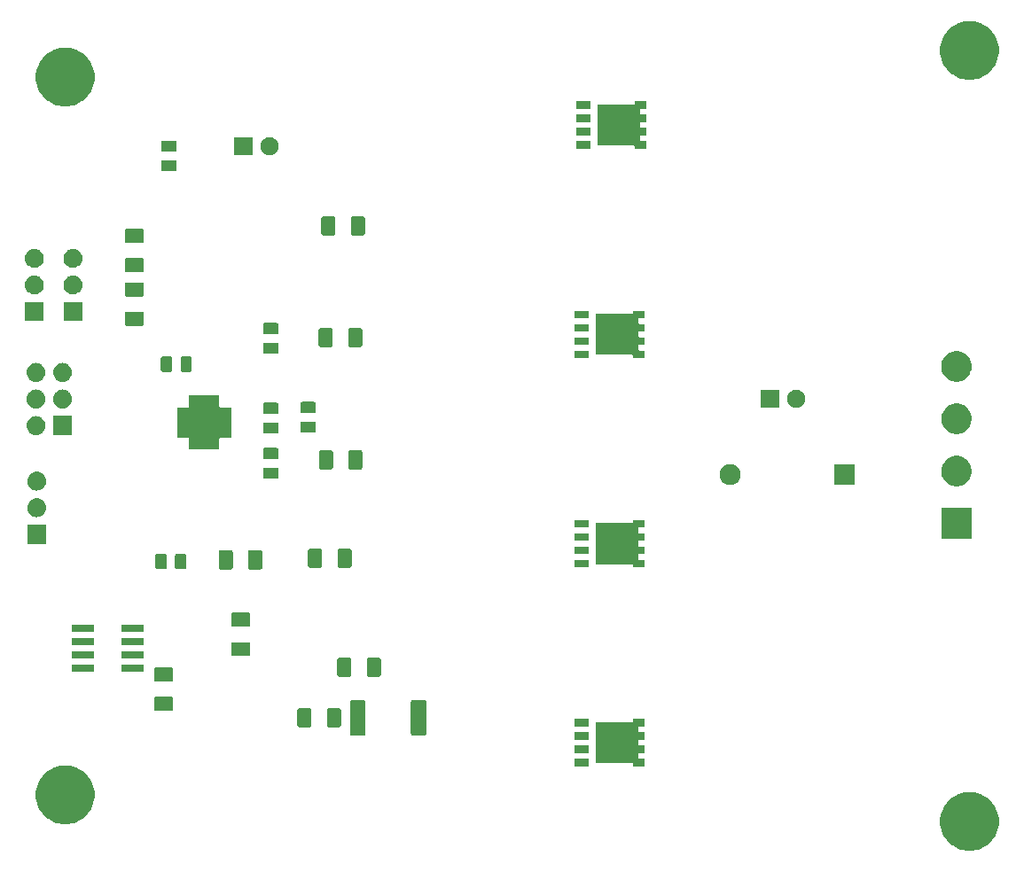
<source format=gbr>
G04 #@! TF.GenerationSoftware,KiCad,Pcbnew,(5.0.1)-4*
G04 #@! TF.CreationDate,2019-02-26T19:28:48-05:00*
G04 #@! TF.ProjectId,Capstone,43617073746F6E652E6B696361645F70,v01*
G04 #@! TF.SameCoordinates,Original*
G04 #@! TF.FileFunction,Soldermask,Top*
G04 #@! TF.FilePolarity,Negative*
%FSLAX46Y46*%
G04 Gerber Fmt 4.6, Leading zero omitted, Abs format (unit mm)*
G04 Created by KiCad (PCBNEW (5.0.1)-4) date 26/02/2019 7:28:48 PM*
%MOMM*%
%LPD*%
G01*
G04 APERTURE LIST*
%ADD10C,0.100000*%
G04 APERTURE END LIST*
D10*
G36*
X203746409Y-126793017D02*
X204016963Y-126846833D01*
X204228092Y-126934285D01*
X204526675Y-127057962D01*
X204526676Y-127057963D01*
X204985406Y-127364476D01*
X205375524Y-127754594D01*
X205605409Y-128098642D01*
X205682038Y-128213325D01*
X205728989Y-128326675D01*
X205893167Y-128723037D01*
X205946983Y-128993591D01*
X206000800Y-129264144D01*
X206000800Y-129815856D01*
X205893167Y-130356962D01*
X205682038Y-130866675D01*
X205682037Y-130866676D01*
X205375524Y-131325406D01*
X204985406Y-131715524D01*
X204641358Y-131945409D01*
X204526675Y-132022038D01*
X204228092Y-132145715D01*
X204016963Y-132233167D01*
X203746409Y-132286983D01*
X203475856Y-132340800D01*
X202924144Y-132340800D01*
X202653591Y-132286983D01*
X202383037Y-132233167D01*
X202171908Y-132145715D01*
X201873325Y-132022038D01*
X201758642Y-131945409D01*
X201414594Y-131715524D01*
X201024476Y-131325406D01*
X200717963Y-130866676D01*
X200717962Y-130866675D01*
X200506833Y-130356962D01*
X200399200Y-129815856D01*
X200399200Y-129264144D01*
X200453017Y-128993591D01*
X200506833Y-128723037D01*
X200671011Y-128326675D01*
X200717962Y-128213325D01*
X200794591Y-128098641D01*
X201024476Y-127754594D01*
X201414594Y-127364476D01*
X201873324Y-127057963D01*
X201873325Y-127057962D01*
X202171908Y-126934285D01*
X202383037Y-126846833D01*
X202653591Y-126793017D01*
X202924144Y-126739200D01*
X203475856Y-126739200D01*
X203746409Y-126793017D01*
X203746409Y-126793017D01*
G37*
G36*
X117386409Y-124253017D02*
X117656963Y-124306833D01*
X117868092Y-124394285D01*
X118166675Y-124517962D01*
X118166676Y-124517963D01*
X118625406Y-124824476D01*
X119015524Y-125214594D01*
X119245409Y-125558641D01*
X119322038Y-125673325D01*
X119445715Y-125971908D01*
X119533167Y-126183037D01*
X119640800Y-126724145D01*
X119640800Y-127275855D01*
X119545574Y-127754591D01*
X119533167Y-127816962D01*
X119322038Y-128326675D01*
X119322037Y-128326676D01*
X119015524Y-128785406D01*
X118625406Y-129175524D01*
X118281359Y-129405409D01*
X118166675Y-129482038D01*
X117868092Y-129605715D01*
X117656963Y-129693167D01*
X117386409Y-129746984D01*
X117115856Y-129800800D01*
X116564144Y-129800800D01*
X116293591Y-129746984D01*
X116023037Y-129693167D01*
X115811908Y-129605715D01*
X115513325Y-129482038D01*
X115398641Y-129405409D01*
X115054594Y-129175524D01*
X114664476Y-128785406D01*
X114357963Y-128326676D01*
X114357962Y-128326675D01*
X114146833Y-127816962D01*
X114134427Y-127754591D01*
X114039200Y-127275855D01*
X114039200Y-126724145D01*
X114146833Y-126183037D01*
X114234285Y-125971908D01*
X114357962Y-125673325D01*
X114434591Y-125558641D01*
X114664476Y-125214594D01*
X115054594Y-124824476D01*
X115513324Y-124517963D01*
X115513325Y-124517962D01*
X115811908Y-124394285D01*
X116023037Y-124306833D01*
X116293591Y-124253017D01*
X116564144Y-124199200D01*
X117115856Y-124199200D01*
X117386409Y-124253017D01*
X117386409Y-124253017D01*
G37*
G36*
X166865800Y-124260800D02*
X165494200Y-124260800D01*
X165494200Y-123549200D01*
X166865800Y-123549200D01*
X166865800Y-124260800D01*
X166865800Y-124260800D01*
G37*
G36*
X172205800Y-120450800D02*
X171670800Y-120450800D01*
X171646414Y-120453202D01*
X171622965Y-120460315D01*
X171601354Y-120471866D01*
X171582412Y-120487412D01*
X171566866Y-120506354D01*
X171555315Y-120527965D01*
X171548202Y-120551414D01*
X171545800Y-120575800D01*
X171545800Y-120884200D01*
X171548202Y-120908586D01*
X171555315Y-120932035D01*
X171566866Y-120953646D01*
X171582412Y-120972588D01*
X171601354Y-120988134D01*
X171622965Y-120999685D01*
X171646414Y-121006798D01*
X171670800Y-121009200D01*
X172205800Y-121009200D01*
X172205800Y-121720800D01*
X171670800Y-121720800D01*
X171646414Y-121723202D01*
X171622965Y-121730315D01*
X171601354Y-121741866D01*
X171582412Y-121757412D01*
X171566866Y-121776354D01*
X171555315Y-121797965D01*
X171548202Y-121821414D01*
X171545800Y-121845800D01*
X171545800Y-122154200D01*
X171548202Y-122178586D01*
X171555315Y-122202035D01*
X171566866Y-122223646D01*
X171582412Y-122242588D01*
X171601354Y-122258134D01*
X171622965Y-122269685D01*
X171646414Y-122276798D01*
X171670800Y-122279200D01*
X172205800Y-122279200D01*
X172205800Y-122990800D01*
X171670800Y-122990800D01*
X171646414Y-122993202D01*
X171622965Y-123000315D01*
X171601354Y-123011866D01*
X171582412Y-123027412D01*
X171566866Y-123046354D01*
X171555315Y-123067965D01*
X171548202Y-123091414D01*
X171545800Y-123115800D01*
X171545800Y-123424200D01*
X171548202Y-123448586D01*
X171555315Y-123472035D01*
X171566866Y-123493646D01*
X171582412Y-123512588D01*
X171601354Y-123528134D01*
X171622965Y-123539685D01*
X171646414Y-123546798D01*
X171670800Y-123549200D01*
X172205800Y-123549200D01*
X172205800Y-124260800D01*
X171084200Y-124260800D01*
X171084200Y-124080800D01*
X171081798Y-124056414D01*
X171074685Y-124032965D01*
X171063134Y-124011354D01*
X171047588Y-123992412D01*
X171028646Y-123976866D01*
X171007035Y-123965315D01*
X170983586Y-123958202D01*
X170959200Y-123955800D01*
X167534200Y-123955800D01*
X167534200Y-120044200D01*
X170959200Y-120044200D01*
X170983586Y-120041798D01*
X171007035Y-120034685D01*
X171028646Y-120023134D01*
X171047588Y-120007588D01*
X171063134Y-119988646D01*
X171074685Y-119967035D01*
X171081798Y-119943586D01*
X171084200Y-119919200D01*
X171084200Y-119739200D01*
X172205800Y-119739200D01*
X172205800Y-120450800D01*
X172205800Y-120450800D01*
G37*
G36*
X166865800Y-122990800D02*
X165494200Y-122990800D01*
X165494200Y-122279200D01*
X166865800Y-122279200D01*
X166865800Y-122990800D01*
X166865800Y-122990800D01*
G37*
G36*
X166865800Y-121720800D02*
X165494200Y-121720800D01*
X165494200Y-121009200D01*
X166865800Y-121009200D01*
X166865800Y-121720800D01*
X166865800Y-121720800D01*
G37*
G36*
X151152659Y-117912446D02*
X151188211Y-117923230D01*
X151220972Y-117940742D01*
X151249690Y-117964310D01*
X151273258Y-117993028D01*
X151290770Y-118025789D01*
X151301554Y-118061341D01*
X151305800Y-118104451D01*
X151305800Y-121163549D01*
X151301554Y-121206659D01*
X151290770Y-121242211D01*
X151273258Y-121274972D01*
X151249690Y-121303690D01*
X151220972Y-121327258D01*
X151188211Y-121344770D01*
X151152659Y-121355554D01*
X151109549Y-121359800D01*
X150050451Y-121359800D01*
X150007341Y-121355554D01*
X149971789Y-121344770D01*
X149939028Y-121327258D01*
X149910310Y-121303690D01*
X149886742Y-121274972D01*
X149869230Y-121242211D01*
X149858446Y-121206659D01*
X149854200Y-121163549D01*
X149854200Y-118104451D01*
X149858446Y-118061341D01*
X149869230Y-118025789D01*
X149886742Y-117993028D01*
X149910310Y-117964310D01*
X149939028Y-117940742D01*
X149971789Y-117923230D01*
X150007341Y-117912446D01*
X150050451Y-117908200D01*
X151109549Y-117908200D01*
X151152659Y-117912446D01*
X151152659Y-117912446D01*
G37*
G36*
X145352659Y-117912446D02*
X145388211Y-117923230D01*
X145420972Y-117940742D01*
X145449690Y-117964310D01*
X145473258Y-117993028D01*
X145490770Y-118025789D01*
X145501554Y-118061341D01*
X145505800Y-118104451D01*
X145505800Y-121163549D01*
X145501554Y-121206659D01*
X145490770Y-121242211D01*
X145473258Y-121274972D01*
X145449690Y-121303690D01*
X145420972Y-121327258D01*
X145388211Y-121344770D01*
X145352659Y-121355554D01*
X145309549Y-121359800D01*
X144250451Y-121359800D01*
X144207341Y-121355554D01*
X144171789Y-121344770D01*
X144139028Y-121327258D01*
X144110310Y-121303690D01*
X144086742Y-121274972D01*
X144069230Y-121242211D01*
X144058446Y-121206659D01*
X144054200Y-121163549D01*
X144054200Y-118104451D01*
X144058446Y-118061341D01*
X144069230Y-118025789D01*
X144086742Y-117993028D01*
X144110310Y-117964310D01*
X144139028Y-117940742D01*
X144171789Y-117923230D01*
X144207341Y-117912446D01*
X144250451Y-117908200D01*
X145309549Y-117908200D01*
X145352659Y-117912446D01*
X145352659Y-117912446D01*
G37*
G36*
X140212465Y-118712546D02*
X140248995Y-118723627D01*
X140282659Y-118741621D01*
X140312164Y-118765836D01*
X140336379Y-118795341D01*
X140354373Y-118829005D01*
X140365454Y-118865535D01*
X140369800Y-118909660D01*
X140369800Y-120358340D01*
X140365454Y-120402465D01*
X140354373Y-120438995D01*
X140336379Y-120472659D01*
X140312164Y-120502164D01*
X140282659Y-120526379D01*
X140248995Y-120544373D01*
X140212465Y-120555454D01*
X140168340Y-120559800D01*
X139219660Y-120559800D01*
X139175535Y-120555454D01*
X139139005Y-120544373D01*
X139105341Y-120526379D01*
X139075836Y-120502164D01*
X139051621Y-120472659D01*
X139033627Y-120438995D01*
X139022546Y-120402465D01*
X139018200Y-120358340D01*
X139018200Y-118909660D01*
X139022546Y-118865535D01*
X139033627Y-118829005D01*
X139051621Y-118795341D01*
X139075836Y-118765836D01*
X139105341Y-118741621D01*
X139139005Y-118723627D01*
X139175535Y-118712546D01*
X139219660Y-118708200D01*
X140168340Y-118708200D01*
X140212465Y-118712546D01*
X140212465Y-118712546D01*
G37*
G36*
X143012465Y-118712546D02*
X143048995Y-118723627D01*
X143082659Y-118741621D01*
X143112164Y-118765836D01*
X143136379Y-118795341D01*
X143154373Y-118829005D01*
X143165454Y-118865535D01*
X143169800Y-118909660D01*
X143169800Y-120358340D01*
X143165454Y-120402465D01*
X143154373Y-120438995D01*
X143136379Y-120472659D01*
X143112164Y-120502164D01*
X143082659Y-120526379D01*
X143048995Y-120544373D01*
X143012465Y-120555454D01*
X142968340Y-120559800D01*
X142019660Y-120559800D01*
X141975535Y-120555454D01*
X141939005Y-120544373D01*
X141905341Y-120526379D01*
X141875836Y-120502164D01*
X141851621Y-120472659D01*
X141833627Y-120438995D01*
X141822546Y-120402465D01*
X141818200Y-120358340D01*
X141818200Y-118909660D01*
X141822546Y-118865535D01*
X141833627Y-118829005D01*
X141851621Y-118795341D01*
X141875836Y-118765836D01*
X141905341Y-118741621D01*
X141939005Y-118723627D01*
X141975535Y-118712546D01*
X142019660Y-118708200D01*
X142968340Y-118708200D01*
X143012465Y-118712546D01*
X143012465Y-118712546D01*
G37*
G36*
X166865800Y-120450800D02*
X165494200Y-120450800D01*
X165494200Y-119739200D01*
X166865800Y-119739200D01*
X166865800Y-120450800D01*
X166865800Y-120450800D01*
G37*
G36*
X127006465Y-117647046D02*
X127042995Y-117658127D01*
X127076659Y-117676121D01*
X127106164Y-117700336D01*
X127130379Y-117729841D01*
X127148373Y-117763505D01*
X127159454Y-117800035D01*
X127163800Y-117844160D01*
X127163800Y-118792840D01*
X127159454Y-118836965D01*
X127148373Y-118873495D01*
X127130379Y-118907159D01*
X127106164Y-118936664D01*
X127076659Y-118960879D01*
X127042995Y-118978873D01*
X127006465Y-118989954D01*
X126962340Y-118994300D01*
X125513660Y-118994300D01*
X125469535Y-118989954D01*
X125433005Y-118978873D01*
X125399341Y-118960879D01*
X125369836Y-118936664D01*
X125345621Y-118907159D01*
X125327627Y-118873495D01*
X125316546Y-118836965D01*
X125312200Y-118792840D01*
X125312200Y-117844160D01*
X125316546Y-117800035D01*
X125327627Y-117763505D01*
X125345621Y-117729841D01*
X125369836Y-117700336D01*
X125399341Y-117676121D01*
X125433005Y-117658127D01*
X125469535Y-117647046D01*
X125513660Y-117642700D01*
X126962340Y-117642700D01*
X127006465Y-117647046D01*
X127006465Y-117647046D01*
G37*
G36*
X127006465Y-114847046D02*
X127042995Y-114858127D01*
X127076659Y-114876121D01*
X127106164Y-114900336D01*
X127130379Y-114929841D01*
X127148373Y-114963505D01*
X127159454Y-115000035D01*
X127163800Y-115044160D01*
X127163800Y-115992840D01*
X127159454Y-116036965D01*
X127148373Y-116073495D01*
X127130379Y-116107159D01*
X127106164Y-116136664D01*
X127076659Y-116160879D01*
X127042995Y-116178873D01*
X127006465Y-116189954D01*
X126962340Y-116194300D01*
X125513660Y-116194300D01*
X125469535Y-116189954D01*
X125433005Y-116178873D01*
X125399341Y-116160879D01*
X125369836Y-116136664D01*
X125345621Y-116107159D01*
X125327627Y-116073495D01*
X125316546Y-116036965D01*
X125312200Y-115992840D01*
X125312200Y-115044160D01*
X125316546Y-115000035D01*
X125327627Y-114963505D01*
X125345621Y-114929841D01*
X125369836Y-114900336D01*
X125399341Y-114876121D01*
X125433005Y-114858127D01*
X125469535Y-114847046D01*
X125513660Y-114842700D01*
X126962340Y-114842700D01*
X127006465Y-114847046D01*
X127006465Y-114847046D01*
G37*
G36*
X144022465Y-113886546D02*
X144058995Y-113897627D01*
X144092659Y-113915621D01*
X144122164Y-113939836D01*
X144146379Y-113969341D01*
X144164373Y-114003005D01*
X144175454Y-114039535D01*
X144179800Y-114083660D01*
X144179800Y-115532340D01*
X144175454Y-115576465D01*
X144164373Y-115612995D01*
X144146379Y-115646659D01*
X144122164Y-115676164D01*
X144092659Y-115700379D01*
X144058995Y-115718373D01*
X144022465Y-115729454D01*
X143978340Y-115733800D01*
X143029660Y-115733800D01*
X142985535Y-115729454D01*
X142949005Y-115718373D01*
X142915341Y-115700379D01*
X142885836Y-115676164D01*
X142861621Y-115646659D01*
X142843627Y-115612995D01*
X142832546Y-115576465D01*
X142828200Y-115532340D01*
X142828200Y-114083660D01*
X142832546Y-114039535D01*
X142843627Y-114003005D01*
X142861621Y-113969341D01*
X142885836Y-113939836D01*
X142915341Y-113915621D01*
X142949005Y-113897627D01*
X142985535Y-113886546D01*
X143029660Y-113882200D01*
X143978340Y-113882200D01*
X144022465Y-113886546D01*
X144022465Y-113886546D01*
G37*
G36*
X146822465Y-113886546D02*
X146858995Y-113897627D01*
X146892659Y-113915621D01*
X146922164Y-113939836D01*
X146946379Y-113969341D01*
X146964373Y-114003005D01*
X146975454Y-114039535D01*
X146979800Y-114083660D01*
X146979800Y-115532340D01*
X146975454Y-115576465D01*
X146964373Y-115612995D01*
X146946379Y-115646659D01*
X146922164Y-115676164D01*
X146892659Y-115700379D01*
X146858995Y-115718373D01*
X146822465Y-115729454D01*
X146778340Y-115733800D01*
X145829660Y-115733800D01*
X145785535Y-115729454D01*
X145749005Y-115718373D01*
X145715341Y-115700379D01*
X145685836Y-115676164D01*
X145661621Y-115646659D01*
X145643627Y-115612995D01*
X145632546Y-115576465D01*
X145628200Y-115532340D01*
X145628200Y-114083660D01*
X145632546Y-114039535D01*
X145643627Y-114003005D01*
X145661621Y-113969341D01*
X145685836Y-113939836D01*
X145715341Y-113915621D01*
X145749005Y-113897627D01*
X145785535Y-113886546D01*
X145829660Y-113882200D01*
X146778340Y-113882200D01*
X146822465Y-113886546D01*
X146822465Y-113886546D01*
G37*
G36*
X124307600Y-115265200D02*
X122224800Y-115265200D01*
X122224800Y-114604800D01*
X124307600Y-114604800D01*
X124307600Y-115265200D01*
X124307600Y-115265200D01*
G37*
G36*
X119583200Y-115265200D02*
X117500400Y-115265200D01*
X117500400Y-114604800D01*
X119583200Y-114604800D01*
X119583200Y-115265200D01*
X119583200Y-115265200D01*
G37*
G36*
X124307600Y-113995200D02*
X122224800Y-113995200D01*
X122224800Y-113334800D01*
X124307600Y-113334800D01*
X124307600Y-113995200D01*
X124307600Y-113995200D01*
G37*
G36*
X119583200Y-113995200D02*
X117500400Y-113995200D01*
X117500400Y-113334800D01*
X119583200Y-113334800D01*
X119583200Y-113995200D01*
X119583200Y-113995200D01*
G37*
G36*
X134372465Y-112410046D02*
X134408995Y-112421127D01*
X134442659Y-112439121D01*
X134472164Y-112463336D01*
X134496379Y-112492841D01*
X134514373Y-112526505D01*
X134525454Y-112563035D01*
X134529800Y-112607160D01*
X134529800Y-113555840D01*
X134525454Y-113599965D01*
X134514373Y-113636495D01*
X134496379Y-113670159D01*
X134472164Y-113699664D01*
X134442659Y-113723879D01*
X134408995Y-113741873D01*
X134372465Y-113752954D01*
X134328340Y-113757300D01*
X132879660Y-113757300D01*
X132835535Y-113752954D01*
X132799005Y-113741873D01*
X132765341Y-113723879D01*
X132735836Y-113699664D01*
X132711621Y-113670159D01*
X132693627Y-113636495D01*
X132682546Y-113599965D01*
X132678200Y-113555840D01*
X132678200Y-112607160D01*
X132682546Y-112563035D01*
X132693627Y-112526505D01*
X132711621Y-112492841D01*
X132735836Y-112463336D01*
X132765341Y-112439121D01*
X132799005Y-112421127D01*
X132835535Y-112410046D01*
X132879660Y-112405700D01*
X134328340Y-112405700D01*
X134372465Y-112410046D01*
X134372465Y-112410046D01*
G37*
G36*
X119583200Y-112725200D02*
X117500400Y-112725200D01*
X117500400Y-112064800D01*
X119583200Y-112064800D01*
X119583200Y-112725200D01*
X119583200Y-112725200D01*
G37*
G36*
X124307600Y-112725200D02*
X122224800Y-112725200D01*
X122224800Y-112064800D01*
X124307600Y-112064800D01*
X124307600Y-112725200D01*
X124307600Y-112725200D01*
G37*
G36*
X119583200Y-111455200D02*
X117500400Y-111455200D01*
X117500400Y-110794800D01*
X119583200Y-110794800D01*
X119583200Y-111455200D01*
X119583200Y-111455200D01*
G37*
G36*
X124307600Y-111455200D02*
X122224800Y-111455200D01*
X122224800Y-110794800D01*
X124307600Y-110794800D01*
X124307600Y-111455200D01*
X124307600Y-111455200D01*
G37*
G36*
X134372465Y-109610046D02*
X134408995Y-109621127D01*
X134442659Y-109639121D01*
X134472164Y-109663336D01*
X134496379Y-109692841D01*
X134514373Y-109726505D01*
X134525454Y-109763035D01*
X134529800Y-109807160D01*
X134529800Y-110755840D01*
X134525454Y-110799965D01*
X134514373Y-110836495D01*
X134496379Y-110870159D01*
X134472164Y-110899664D01*
X134442659Y-110923879D01*
X134408995Y-110941873D01*
X134372465Y-110952954D01*
X134328340Y-110957300D01*
X132879660Y-110957300D01*
X132835535Y-110952954D01*
X132799005Y-110941873D01*
X132765341Y-110923879D01*
X132735836Y-110899664D01*
X132711621Y-110870159D01*
X132693627Y-110836495D01*
X132682546Y-110799965D01*
X132678200Y-110755840D01*
X132678200Y-109807160D01*
X132682546Y-109763035D01*
X132693627Y-109726505D01*
X132711621Y-109692841D01*
X132735836Y-109663336D01*
X132765341Y-109639121D01*
X132799005Y-109621127D01*
X132835535Y-109610046D01*
X132879660Y-109605700D01*
X134328340Y-109605700D01*
X134372465Y-109610046D01*
X134372465Y-109610046D01*
G37*
G36*
X132694065Y-103624946D02*
X132730595Y-103636027D01*
X132764259Y-103654021D01*
X132793764Y-103678236D01*
X132817979Y-103707741D01*
X132835973Y-103741405D01*
X132847054Y-103777935D01*
X132851400Y-103822060D01*
X132851400Y-105270740D01*
X132847054Y-105314865D01*
X132835973Y-105351395D01*
X132817979Y-105385059D01*
X132793764Y-105414564D01*
X132764259Y-105438779D01*
X132730595Y-105456773D01*
X132694065Y-105467854D01*
X132649940Y-105472200D01*
X131701260Y-105472200D01*
X131657135Y-105467854D01*
X131620605Y-105456773D01*
X131586941Y-105438779D01*
X131557436Y-105414564D01*
X131533221Y-105385059D01*
X131515227Y-105351395D01*
X131504146Y-105314865D01*
X131499800Y-105270740D01*
X131499800Y-103822060D01*
X131504146Y-103777935D01*
X131515227Y-103741405D01*
X131533221Y-103707741D01*
X131557436Y-103678236D01*
X131586941Y-103654021D01*
X131620605Y-103636027D01*
X131657135Y-103624946D01*
X131701260Y-103620600D01*
X132649940Y-103620600D01*
X132694065Y-103624946D01*
X132694065Y-103624946D01*
G37*
G36*
X135494065Y-103624946D02*
X135530595Y-103636027D01*
X135564259Y-103654021D01*
X135593764Y-103678236D01*
X135617979Y-103707741D01*
X135635973Y-103741405D01*
X135647054Y-103777935D01*
X135651400Y-103822060D01*
X135651400Y-105270740D01*
X135647054Y-105314865D01*
X135635973Y-105351395D01*
X135617979Y-105385059D01*
X135593764Y-105414564D01*
X135564259Y-105438779D01*
X135530595Y-105456773D01*
X135494065Y-105467854D01*
X135449940Y-105472200D01*
X134501260Y-105472200D01*
X134457135Y-105467854D01*
X134420605Y-105456773D01*
X134386941Y-105438779D01*
X134357436Y-105414564D01*
X134333221Y-105385059D01*
X134315227Y-105351395D01*
X134304146Y-105314865D01*
X134299800Y-105270740D01*
X134299800Y-103822060D01*
X134304146Y-103777935D01*
X134315227Y-103741405D01*
X134333221Y-103707741D01*
X134357436Y-103678236D01*
X134386941Y-103654021D01*
X134420605Y-103636027D01*
X134457135Y-103624946D01*
X134501260Y-103620600D01*
X135449940Y-103620600D01*
X135494065Y-103624946D01*
X135494065Y-103624946D01*
G37*
G36*
X126360448Y-103952564D02*
X126399100Y-103964289D01*
X126434724Y-103983330D01*
X126465946Y-104008954D01*
X126491570Y-104040176D01*
X126510611Y-104075800D01*
X126522336Y-104114452D01*
X126526900Y-104160791D01*
X126526900Y-105236809D01*
X126522336Y-105283148D01*
X126510611Y-105321800D01*
X126491570Y-105357424D01*
X126465946Y-105388646D01*
X126434724Y-105414270D01*
X126399100Y-105433311D01*
X126360448Y-105445036D01*
X126314109Y-105449600D01*
X125663091Y-105449600D01*
X125616752Y-105445036D01*
X125578100Y-105433311D01*
X125542476Y-105414270D01*
X125511254Y-105388646D01*
X125485630Y-105357424D01*
X125466589Y-105321800D01*
X125454864Y-105283148D01*
X125450300Y-105236809D01*
X125450300Y-104160791D01*
X125454864Y-104114452D01*
X125466589Y-104075800D01*
X125485630Y-104040176D01*
X125511254Y-104008954D01*
X125542476Y-103983330D01*
X125578100Y-103964289D01*
X125616752Y-103952564D01*
X125663091Y-103948000D01*
X126314109Y-103948000D01*
X126360448Y-103952564D01*
X126360448Y-103952564D01*
G37*
G36*
X128235448Y-103952564D02*
X128274100Y-103964289D01*
X128309724Y-103983330D01*
X128340946Y-104008954D01*
X128366570Y-104040176D01*
X128385611Y-104075800D01*
X128397336Y-104114452D01*
X128401900Y-104160791D01*
X128401900Y-105236809D01*
X128397336Y-105283148D01*
X128385611Y-105321800D01*
X128366570Y-105357424D01*
X128340946Y-105388646D01*
X128309724Y-105414270D01*
X128274100Y-105433311D01*
X128235448Y-105445036D01*
X128189109Y-105449600D01*
X127538091Y-105449600D01*
X127491752Y-105445036D01*
X127453100Y-105433311D01*
X127417476Y-105414270D01*
X127386254Y-105388646D01*
X127360630Y-105357424D01*
X127341589Y-105321800D01*
X127329864Y-105283148D01*
X127325300Y-105236809D01*
X127325300Y-104160791D01*
X127329864Y-104114452D01*
X127341589Y-104075800D01*
X127360630Y-104040176D01*
X127386254Y-104008954D01*
X127417476Y-103983330D01*
X127453100Y-103964289D01*
X127491752Y-103952564D01*
X127538091Y-103948000D01*
X128189109Y-103948000D01*
X128235448Y-103952564D01*
X128235448Y-103952564D01*
G37*
G36*
X141228465Y-103472546D02*
X141264995Y-103483627D01*
X141298659Y-103501621D01*
X141328164Y-103525836D01*
X141352379Y-103555341D01*
X141370373Y-103589005D01*
X141381454Y-103625535D01*
X141385800Y-103669660D01*
X141385800Y-105118340D01*
X141381454Y-105162465D01*
X141370373Y-105198995D01*
X141352379Y-105232659D01*
X141328164Y-105262164D01*
X141298659Y-105286379D01*
X141264995Y-105304373D01*
X141228465Y-105315454D01*
X141184340Y-105319800D01*
X140235660Y-105319800D01*
X140191535Y-105315454D01*
X140155005Y-105304373D01*
X140121341Y-105286379D01*
X140091836Y-105262164D01*
X140067621Y-105232659D01*
X140049627Y-105198995D01*
X140038546Y-105162465D01*
X140034200Y-105118340D01*
X140034200Y-103669660D01*
X140038546Y-103625535D01*
X140049627Y-103589005D01*
X140067621Y-103555341D01*
X140091836Y-103525836D01*
X140121341Y-103501621D01*
X140155005Y-103483627D01*
X140191535Y-103472546D01*
X140235660Y-103468200D01*
X141184340Y-103468200D01*
X141228465Y-103472546D01*
X141228465Y-103472546D01*
G37*
G36*
X144028465Y-103472546D02*
X144064995Y-103483627D01*
X144098659Y-103501621D01*
X144128164Y-103525836D01*
X144152379Y-103555341D01*
X144170373Y-103589005D01*
X144181454Y-103625535D01*
X144185800Y-103669660D01*
X144185800Y-105118340D01*
X144181454Y-105162465D01*
X144170373Y-105198995D01*
X144152379Y-105232659D01*
X144128164Y-105262164D01*
X144098659Y-105286379D01*
X144064995Y-105304373D01*
X144028465Y-105315454D01*
X143984340Y-105319800D01*
X143035660Y-105319800D01*
X142991535Y-105315454D01*
X142955005Y-105304373D01*
X142921341Y-105286379D01*
X142891836Y-105262164D01*
X142867621Y-105232659D01*
X142849627Y-105198995D01*
X142838546Y-105162465D01*
X142834200Y-105118340D01*
X142834200Y-103669660D01*
X142838546Y-103625535D01*
X142849627Y-103589005D01*
X142867621Y-103555341D01*
X142891836Y-103525836D01*
X142921341Y-103501621D01*
X142955005Y-103483627D01*
X142991535Y-103472546D01*
X143035660Y-103468200D01*
X143984340Y-103468200D01*
X144028465Y-103472546D01*
X144028465Y-103472546D01*
G37*
G36*
X166865800Y-105260800D02*
X165494200Y-105260800D01*
X165494200Y-104549200D01*
X166865800Y-104549200D01*
X166865800Y-105260800D01*
X166865800Y-105260800D01*
G37*
G36*
X172205800Y-101450800D02*
X171670800Y-101450800D01*
X171646414Y-101453202D01*
X171622965Y-101460315D01*
X171601354Y-101471866D01*
X171582412Y-101487412D01*
X171566866Y-101506354D01*
X171555315Y-101527965D01*
X171548202Y-101551414D01*
X171545800Y-101575800D01*
X171545800Y-101884200D01*
X171548202Y-101908586D01*
X171555315Y-101932035D01*
X171566866Y-101953646D01*
X171582412Y-101972588D01*
X171601354Y-101988134D01*
X171622965Y-101999685D01*
X171646414Y-102006798D01*
X171670800Y-102009200D01*
X172205800Y-102009200D01*
X172205800Y-102720800D01*
X171670800Y-102720800D01*
X171646414Y-102723202D01*
X171622965Y-102730315D01*
X171601354Y-102741866D01*
X171582412Y-102757412D01*
X171566866Y-102776354D01*
X171555315Y-102797965D01*
X171548202Y-102821414D01*
X171545800Y-102845800D01*
X171545800Y-103154200D01*
X171548202Y-103178586D01*
X171555315Y-103202035D01*
X171566866Y-103223646D01*
X171582412Y-103242588D01*
X171601354Y-103258134D01*
X171622965Y-103269685D01*
X171646414Y-103276798D01*
X171670800Y-103279200D01*
X172205800Y-103279200D01*
X172205800Y-103990800D01*
X171670800Y-103990800D01*
X171646414Y-103993202D01*
X171622965Y-104000315D01*
X171601354Y-104011866D01*
X171582412Y-104027412D01*
X171566866Y-104046354D01*
X171555315Y-104067965D01*
X171548202Y-104091414D01*
X171545800Y-104115800D01*
X171545800Y-104424200D01*
X171548202Y-104448586D01*
X171555315Y-104472035D01*
X171566866Y-104493646D01*
X171582412Y-104512588D01*
X171601354Y-104528134D01*
X171622965Y-104539685D01*
X171646414Y-104546798D01*
X171670800Y-104549200D01*
X172205800Y-104549200D01*
X172205800Y-105260800D01*
X171084200Y-105260800D01*
X171084200Y-105080800D01*
X171081798Y-105056414D01*
X171074685Y-105032965D01*
X171063134Y-105011354D01*
X171047588Y-104992412D01*
X171028646Y-104976866D01*
X171007035Y-104965315D01*
X170983586Y-104958202D01*
X170959200Y-104955800D01*
X167534200Y-104955800D01*
X167534200Y-101044200D01*
X170959200Y-101044200D01*
X170983586Y-101041798D01*
X171007035Y-101034685D01*
X171028646Y-101023134D01*
X171047588Y-101007588D01*
X171063134Y-100988646D01*
X171074685Y-100967035D01*
X171081798Y-100943586D01*
X171084200Y-100919200D01*
X171084200Y-100739200D01*
X172205800Y-100739200D01*
X172205800Y-101450800D01*
X172205800Y-101450800D01*
G37*
G36*
X166865800Y-103990800D02*
X165494200Y-103990800D01*
X165494200Y-103279200D01*
X166865800Y-103279200D01*
X166865800Y-103990800D01*
X166865800Y-103990800D01*
G37*
G36*
X115018800Y-103008800D02*
X113217200Y-103008800D01*
X113217200Y-101207200D01*
X115018800Y-101207200D01*
X115018800Y-103008800D01*
X115018800Y-103008800D01*
G37*
G36*
X166865800Y-102720800D02*
X165494200Y-102720800D01*
X165494200Y-102009200D01*
X166865800Y-102009200D01*
X166865800Y-102720800D01*
X166865800Y-102720800D01*
G37*
G36*
X203406200Y-102517400D02*
X200504600Y-102517400D01*
X200504600Y-99615800D01*
X203406200Y-99615800D01*
X203406200Y-102517400D01*
X203406200Y-102517400D01*
G37*
G36*
X166865800Y-101450800D02*
X165494200Y-101450800D01*
X165494200Y-100739200D01*
X166865800Y-100739200D01*
X166865800Y-101450800D01*
X166865800Y-101450800D01*
G37*
G36*
X114206362Y-98671545D02*
X114294588Y-98680234D01*
X114407789Y-98714573D01*
X114464390Y-98731743D01*
X114602980Y-98805822D01*
X114620879Y-98815389D01*
X114656609Y-98844712D01*
X114758044Y-98927956D01*
X114841288Y-99029391D01*
X114870611Y-99065121D01*
X114870612Y-99065123D01*
X114954257Y-99221610D01*
X114954257Y-99221611D01*
X115005766Y-99391412D01*
X115023158Y-99568000D01*
X115005766Y-99744588D01*
X114971427Y-99857789D01*
X114954257Y-99914390D01*
X114880178Y-100052980D01*
X114870611Y-100070879D01*
X114841288Y-100106609D01*
X114758044Y-100208044D01*
X114656609Y-100291288D01*
X114620879Y-100320611D01*
X114620877Y-100320612D01*
X114464390Y-100404257D01*
X114407789Y-100421427D01*
X114294588Y-100455766D01*
X114206362Y-100464455D01*
X114162250Y-100468800D01*
X114073750Y-100468800D01*
X114029638Y-100464455D01*
X113941412Y-100455766D01*
X113828211Y-100421427D01*
X113771610Y-100404257D01*
X113615123Y-100320612D01*
X113615121Y-100320611D01*
X113579391Y-100291288D01*
X113477956Y-100208044D01*
X113394712Y-100106609D01*
X113365389Y-100070879D01*
X113355822Y-100052980D01*
X113281743Y-99914390D01*
X113264573Y-99857789D01*
X113230234Y-99744588D01*
X113212842Y-99568000D01*
X113230234Y-99391412D01*
X113281743Y-99221611D01*
X113281743Y-99221610D01*
X113365388Y-99065123D01*
X113365389Y-99065121D01*
X113394712Y-99029391D01*
X113477956Y-98927956D01*
X113579391Y-98844712D01*
X113615121Y-98815389D01*
X113633020Y-98805822D01*
X113771610Y-98731743D01*
X113828211Y-98714573D01*
X113941412Y-98680234D01*
X114029638Y-98671545D01*
X114073750Y-98667200D01*
X114162250Y-98667200D01*
X114206362Y-98671545D01*
X114206362Y-98671545D01*
G37*
G36*
X114206362Y-96131545D02*
X114294588Y-96140234D01*
X114407789Y-96174573D01*
X114464390Y-96191743D01*
X114602980Y-96265822D01*
X114620879Y-96275389D01*
X114656609Y-96304712D01*
X114758044Y-96387956D01*
X114841288Y-96489391D01*
X114870611Y-96525121D01*
X114870612Y-96525123D01*
X114954257Y-96681610D01*
X114954257Y-96681611D01*
X115005766Y-96851412D01*
X115023158Y-97028000D01*
X115005766Y-97204588D01*
X114982249Y-97282112D01*
X114954257Y-97374390D01*
X114880178Y-97512980D01*
X114870611Y-97530879D01*
X114841288Y-97566609D01*
X114758044Y-97668044D01*
X114656609Y-97751288D01*
X114620879Y-97780611D01*
X114620877Y-97780612D01*
X114464390Y-97864257D01*
X114407789Y-97881427D01*
X114294588Y-97915766D01*
X114206362Y-97924455D01*
X114162250Y-97928800D01*
X114073750Y-97928800D01*
X114029638Y-97924455D01*
X113941412Y-97915766D01*
X113828211Y-97881427D01*
X113771610Y-97864257D01*
X113615123Y-97780612D01*
X113615121Y-97780611D01*
X113579391Y-97751288D01*
X113477956Y-97668044D01*
X113394712Y-97566609D01*
X113365389Y-97530879D01*
X113355822Y-97512980D01*
X113281743Y-97374390D01*
X113253751Y-97282112D01*
X113230234Y-97204588D01*
X113212842Y-97028000D01*
X113230234Y-96851412D01*
X113281743Y-96681611D01*
X113281743Y-96681610D01*
X113365388Y-96525123D01*
X113365389Y-96525121D01*
X113394712Y-96489391D01*
X113477956Y-96387956D01*
X113579391Y-96304712D01*
X113615121Y-96275389D01*
X113633020Y-96265822D01*
X113771610Y-96191743D01*
X113828211Y-96174573D01*
X113941412Y-96140234D01*
X114029638Y-96131545D01*
X114073750Y-96127200D01*
X114162250Y-96127200D01*
X114206362Y-96131545D01*
X114206362Y-96131545D01*
G37*
G36*
X202285152Y-94652969D02*
X202378583Y-94671553D01*
X202565280Y-94748886D01*
X202598988Y-94762848D01*
X202642612Y-94780918D01*
X202673415Y-94801500D01*
X202880234Y-94939692D01*
X203082308Y-95141766D01*
X203241083Y-95379390D01*
X203261324Y-95428256D01*
X203338133Y-95613688D01*
X203350447Y-95643418D01*
X203406200Y-95923707D01*
X203406200Y-96209493D01*
X203393092Y-96275389D01*
X203350447Y-96489783D01*
X203241082Y-96753812D01*
X203207347Y-96804300D01*
X203082308Y-96991434D01*
X202880234Y-97193508D01*
X202880231Y-97193510D01*
X202642612Y-97352282D01*
X202378583Y-97461647D01*
X202285152Y-97480231D01*
X202098293Y-97517400D01*
X201812507Y-97517400D01*
X201625648Y-97480231D01*
X201532217Y-97461647D01*
X201268188Y-97352282D01*
X201030569Y-97193510D01*
X201030566Y-97193508D01*
X200828492Y-96991434D01*
X200703453Y-96804300D01*
X200669718Y-96753812D01*
X200560353Y-96489783D01*
X200517708Y-96275389D01*
X200504600Y-96209493D01*
X200504600Y-95923707D01*
X200560353Y-95643418D01*
X200572668Y-95613688D01*
X200649476Y-95428256D01*
X200669717Y-95379390D01*
X200828492Y-95141766D01*
X201030566Y-94939692D01*
X201237385Y-94801500D01*
X201268188Y-94780918D01*
X201311813Y-94762848D01*
X201345520Y-94748886D01*
X201532217Y-94671553D01*
X201625648Y-94652969D01*
X201812507Y-94615800D01*
X202098293Y-94615800D01*
X202285152Y-94652969D01*
X202285152Y-94652969D01*
G37*
G36*
X180516350Y-95405122D02*
X180632652Y-95428256D01*
X180815241Y-95503887D01*
X180979567Y-95613686D01*
X181119314Y-95753433D01*
X181229113Y-95917759D01*
X181304744Y-96100348D01*
X181322923Y-96191743D01*
X181343300Y-96294182D01*
X181343300Y-96491818D01*
X181327878Y-96569350D01*
X181304744Y-96685652D01*
X181229113Y-96868241D01*
X181119314Y-97032567D01*
X180979567Y-97172314D01*
X180815241Y-97282113D01*
X180632652Y-97357744D01*
X180516350Y-97380878D01*
X180438818Y-97396300D01*
X180241182Y-97396300D01*
X180163650Y-97380878D01*
X180047348Y-97357744D01*
X179864759Y-97282113D01*
X179700433Y-97172314D01*
X179560686Y-97032567D01*
X179450887Y-96868241D01*
X179375256Y-96685652D01*
X179352122Y-96569350D01*
X179336700Y-96491818D01*
X179336700Y-96294182D01*
X179357077Y-96191743D01*
X179375256Y-96100348D01*
X179450887Y-95917759D01*
X179560686Y-95753433D01*
X179700433Y-95613686D01*
X179864759Y-95503887D01*
X180047348Y-95428256D01*
X180163650Y-95405122D01*
X180241182Y-95389700D01*
X180438818Y-95389700D01*
X180516350Y-95405122D01*
X180516350Y-95405122D01*
G37*
G36*
X192265300Y-97396300D02*
X190258700Y-97396300D01*
X190258700Y-95389700D01*
X192265300Y-95389700D01*
X192265300Y-97396300D01*
X192265300Y-97396300D01*
G37*
G36*
X137054348Y-95732264D02*
X137093000Y-95743989D01*
X137128624Y-95763030D01*
X137159846Y-95788654D01*
X137185470Y-95819876D01*
X137204511Y-95855500D01*
X137216236Y-95894152D01*
X137220800Y-95940491D01*
X137220800Y-96591509D01*
X137216236Y-96637848D01*
X137204511Y-96676500D01*
X137185470Y-96712124D01*
X137159846Y-96743346D01*
X137128624Y-96768970D01*
X137093000Y-96788011D01*
X137054348Y-96799736D01*
X137008009Y-96804300D01*
X135931991Y-96804300D01*
X135885652Y-96799736D01*
X135847000Y-96788011D01*
X135811376Y-96768970D01*
X135780154Y-96743346D01*
X135754530Y-96712124D01*
X135735489Y-96676500D01*
X135723764Y-96637848D01*
X135719200Y-96591509D01*
X135719200Y-95940491D01*
X135723764Y-95894152D01*
X135735489Y-95855500D01*
X135754530Y-95819876D01*
X135780154Y-95788654D01*
X135811376Y-95763030D01*
X135847000Y-95743989D01*
X135885652Y-95732264D01*
X135931991Y-95727700D01*
X137008009Y-95727700D01*
X137054348Y-95732264D01*
X137054348Y-95732264D01*
G37*
G36*
X145050465Y-94074546D02*
X145086995Y-94085627D01*
X145120659Y-94103621D01*
X145150164Y-94127836D01*
X145174379Y-94157341D01*
X145192373Y-94191005D01*
X145203454Y-94227535D01*
X145207800Y-94271660D01*
X145207800Y-95720340D01*
X145203454Y-95764465D01*
X145192373Y-95800995D01*
X145174379Y-95834659D01*
X145150164Y-95864164D01*
X145120659Y-95888379D01*
X145086995Y-95906373D01*
X145050465Y-95917454D01*
X145006340Y-95921800D01*
X144057660Y-95921800D01*
X144013535Y-95917454D01*
X143977005Y-95906373D01*
X143943341Y-95888379D01*
X143913836Y-95864164D01*
X143889621Y-95834659D01*
X143871627Y-95800995D01*
X143860546Y-95764465D01*
X143856200Y-95720340D01*
X143856200Y-94271660D01*
X143860546Y-94227535D01*
X143871627Y-94191005D01*
X143889621Y-94157341D01*
X143913836Y-94127836D01*
X143943341Y-94103621D01*
X143977005Y-94085627D01*
X144013535Y-94074546D01*
X144057660Y-94070200D01*
X145006340Y-94070200D01*
X145050465Y-94074546D01*
X145050465Y-94074546D01*
G37*
G36*
X142250465Y-94074546D02*
X142286995Y-94085627D01*
X142320659Y-94103621D01*
X142350164Y-94127836D01*
X142374379Y-94157341D01*
X142392373Y-94191005D01*
X142403454Y-94227535D01*
X142407800Y-94271660D01*
X142407800Y-95720340D01*
X142403454Y-95764465D01*
X142392373Y-95800995D01*
X142374379Y-95834659D01*
X142350164Y-95864164D01*
X142320659Y-95888379D01*
X142286995Y-95906373D01*
X142250465Y-95917454D01*
X142206340Y-95921800D01*
X141257660Y-95921800D01*
X141213535Y-95917454D01*
X141177005Y-95906373D01*
X141143341Y-95888379D01*
X141113836Y-95864164D01*
X141089621Y-95834659D01*
X141071627Y-95800995D01*
X141060546Y-95764465D01*
X141056200Y-95720340D01*
X141056200Y-94271660D01*
X141060546Y-94227535D01*
X141071627Y-94191005D01*
X141089621Y-94157341D01*
X141113836Y-94127836D01*
X141143341Y-94103621D01*
X141177005Y-94085627D01*
X141213535Y-94074546D01*
X141257660Y-94070200D01*
X142206340Y-94070200D01*
X142250465Y-94074546D01*
X142250465Y-94074546D01*
G37*
G36*
X137054348Y-93857264D02*
X137093000Y-93868989D01*
X137128624Y-93888030D01*
X137159846Y-93913654D01*
X137185470Y-93944876D01*
X137204511Y-93980500D01*
X137216236Y-94019152D01*
X137220800Y-94065491D01*
X137220800Y-94716509D01*
X137216236Y-94762848D01*
X137204511Y-94801500D01*
X137185470Y-94837124D01*
X137159846Y-94868346D01*
X137128624Y-94893970D01*
X137093000Y-94913011D01*
X137054348Y-94924736D01*
X137008009Y-94929300D01*
X135931991Y-94929300D01*
X135885652Y-94924736D01*
X135847000Y-94913011D01*
X135811376Y-94893970D01*
X135780154Y-94868346D01*
X135754530Y-94837124D01*
X135735489Y-94801500D01*
X135723764Y-94762848D01*
X135719200Y-94716509D01*
X135719200Y-94065491D01*
X135723764Y-94019152D01*
X135735489Y-93980500D01*
X135754530Y-93944876D01*
X135780154Y-93913654D01*
X135811376Y-93888030D01*
X135847000Y-93868989D01*
X135885652Y-93857264D01*
X135931991Y-93852700D01*
X137008009Y-93852700D01*
X137054348Y-93857264D01*
X137054348Y-93857264D01*
G37*
G36*
X131565400Y-89869600D02*
X131567802Y-89893986D01*
X131574915Y-89917435D01*
X131586466Y-89939046D01*
X131602012Y-89957988D01*
X131620954Y-89973534D01*
X131642565Y-89985085D01*
X131666014Y-89992198D01*
X131690400Y-89994600D01*
X132695800Y-89994600D01*
X132695800Y-92885400D01*
X131690400Y-92885400D01*
X131666014Y-92887802D01*
X131642565Y-92894915D01*
X131620954Y-92906466D01*
X131602012Y-92922012D01*
X131586466Y-92940954D01*
X131574915Y-92962565D01*
X131567802Y-92986014D01*
X131565400Y-93010400D01*
X131565400Y-94015800D01*
X128674600Y-94015800D01*
X128674600Y-93010400D01*
X128672198Y-92986014D01*
X128665085Y-92962565D01*
X128653534Y-92940954D01*
X128637988Y-92922012D01*
X128619046Y-92906466D01*
X128597435Y-92894915D01*
X128573986Y-92887802D01*
X128549600Y-92885400D01*
X127544200Y-92885400D01*
X127544200Y-89994600D01*
X128549600Y-89994600D01*
X128573986Y-89992198D01*
X128597435Y-89985085D01*
X128619046Y-89973534D01*
X128637988Y-89957988D01*
X128653534Y-89939046D01*
X128665085Y-89917435D01*
X128672198Y-89893986D01*
X128674600Y-89869600D01*
X128674600Y-88864200D01*
X131565400Y-88864200D01*
X131565400Y-89869600D01*
X131565400Y-89869600D01*
G37*
G36*
X117490220Y-92612580D02*
X115688620Y-92612580D01*
X115688620Y-90810980D01*
X117490220Y-90810980D01*
X117490220Y-92612580D01*
X117490220Y-92612580D01*
G37*
G36*
X114137782Y-90815325D02*
X114226008Y-90824014D01*
X114339209Y-90858353D01*
X114395810Y-90875523D01*
X114534400Y-90949602D01*
X114552299Y-90959169D01*
X114584018Y-90985200D01*
X114689464Y-91071736D01*
X114772708Y-91173171D01*
X114802031Y-91208901D01*
X114802032Y-91208903D01*
X114885677Y-91365390D01*
X114893796Y-91392154D01*
X114937186Y-91535192D01*
X114954578Y-91711780D01*
X114937186Y-91888368D01*
X114902847Y-92001569D01*
X114885677Y-92058170D01*
X114813335Y-92193510D01*
X114802031Y-92214659D01*
X114780128Y-92241348D01*
X114689464Y-92351824D01*
X114588029Y-92435068D01*
X114552299Y-92464391D01*
X114541785Y-92470011D01*
X114395810Y-92548037D01*
X114339209Y-92565207D01*
X114226008Y-92599546D01*
X114137782Y-92608235D01*
X114093670Y-92612580D01*
X114005170Y-92612580D01*
X113961058Y-92608235D01*
X113872832Y-92599546D01*
X113759631Y-92565207D01*
X113703030Y-92548037D01*
X113557055Y-92470011D01*
X113546541Y-92464391D01*
X113510811Y-92435068D01*
X113409376Y-92351824D01*
X113318712Y-92241348D01*
X113296809Y-92214659D01*
X113285505Y-92193510D01*
X113213163Y-92058170D01*
X113195993Y-92001569D01*
X113161654Y-91888368D01*
X113144262Y-91711780D01*
X113161654Y-91535192D01*
X113205044Y-91392154D01*
X113213163Y-91365390D01*
X113296808Y-91208903D01*
X113296809Y-91208901D01*
X113326132Y-91173171D01*
X113409376Y-91071736D01*
X113514822Y-90985200D01*
X113546541Y-90959169D01*
X113564440Y-90949602D01*
X113703030Y-90875523D01*
X113759631Y-90858353D01*
X113872832Y-90824014D01*
X113961058Y-90815325D01*
X114005170Y-90810980D01*
X114093670Y-90810980D01*
X114137782Y-90815325D01*
X114137782Y-90815325D01*
G37*
G36*
X202285152Y-89652969D02*
X202378583Y-89671553D01*
X202642612Y-89780918D01*
X202775334Y-89869600D01*
X202880234Y-89939692D01*
X203082308Y-90141766D01*
X203082310Y-90141769D01*
X203198834Y-90316159D01*
X203241083Y-90379390D01*
X203248046Y-90396200D01*
X203337144Y-90611300D01*
X203350447Y-90643418D01*
X203396616Y-90875523D01*
X203406200Y-90923709D01*
X203406200Y-91209491D01*
X203350447Y-91489783D01*
X203241082Y-91753812D01*
X203146877Y-91894800D01*
X203082308Y-91991434D01*
X202880234Y-92193508D01*
X202880231Y-92193510D01*
X202642612Y-92352282D01*
X202378583Y-92461647D01*
X202285152Y-92480231D01*
X202098293Y-92517400D01*
X201812507Y-92517400D01*
X201625648Y-92480231D01*
X201532217Y-92461647D01*
X201268188Y-92352282D01*
X201030569Y-92193510D01*
X201030566Y-92193508D01*
X200828492Y-91991434D01*
X200763923Y-91894800D01*
X200669718Y-91753812D01*
X200560353Y-91489783D01*
X200504600Y-91209491D01*
X200504600Y-90923709D01*
X200514185Y-90875523D01*
X200560353Y-90643418D01*
X200573657Y-90611300D01*
X200662754Y-90396200D01*
X200669717Y-90379390D01*
X200711967Y-90316159D01*
X200828490Y-90141769D01*
X200828492Y-90141766D01*
X201030566Y-89939692D01*
X201135466Y-89869600D01*
X201268188Y-89780918D01*
X201532217Y-89671553D01*
X201625648Y-89652969D01*
X201812507Y-89615800D01*
X202098293Y-89615800D01*
X202285152Y-89652969D01*
X202285152Y-89652969D01*
G37*
G36*
X137054348Y-91414264D02*
X137093000Y-91425989D01*
X137128624Y-91445030D01*
X137159846Y-91470654D01*
X137185470Y-91501876D01*
X137204511Y-91537500D01*
X137216236Y-91576152D01*
X137220800Y-91622491D01*
X137220800Y-92273509D01*
X137216236Y-92319848D01*
X137204511Y-92358500D01*
X137185470Y-92394124D01*
X137159846Y-92425346D01*
X137128624Y-92450970D01*
X137093000Y-92470011D01*
X137054348Y-92481736D01*
X137008009Y-92486300D01*
X135931991Y-92486300D01*
X135885652Y-92481736D01*
X135847000Y-92470011D01*
X135811376Y-92450970D01*
X135780154Y-92425346D01*
X135754530Y-92394124D01*
X135735489Y-92358500D01*
X135723764Y-92319848D01*
X135719200Y-92273509D01*
X135719200Y-91622491D01*
X135723764Y-91576152D01*
X135735489Y-91537500D01*
X135754530Y-91501876D01*
X135780154Y-91470654D01*
X135811376Y-91445030D01*
X135847000Y-91425989D01*
X135885652Y-91414264D01*
X135931991Y-91409700D01*
X137008009Y-91409700D01*
X137054348Y-91414264D01*
X137054348Y-91414264D01*
G37*
G36*
X140610348Y-91335764D02*
X140649000Y-91347489D01*
X140684624Y-91366530D01*
X140715846Y-91392154D01*
X140741470Y-91423376D01*
X140760511Y-91459000D01*
X140772236Y-91497652D01*
X140776800Y-91543991D01*
X140776800Y-92195009D01*
X140772236Y-92241348D01*
X140760511Y-92280000D01*
X140741470Y-92315624D01*
X140715846Y-92346846D01*
X140684624Y-92372470D01*
X140649000Y-92391511D01*
X140610348Y-92403236D01*
X140564009Y-92407800D01*
X139487991Y-92407800D01*
X139441652Y-92403236D01*
X139403000Y-92391511D01*
X139367376Y-92372470D01*
X139336154Y-92346846D01*
X139310530Y-92315624D01*
X139291489Y-92280000D01*
X139279764Y-92241348D01*
X139275200Y-92195009D01*
X139275200Y-91543991D01*
X139279764Y-91497652D01*
X139291489Y-91459000D01*
X139310530Y-91423376D01*
X139336154Y-91392154D01*
X139367376Y-91366530D01*
X139403000Y-91347489D01*
X139441652Y-91335764D01*
X139487991Y-91331200D01*
X140564009Y-91331200D01*
X140610348Y-91335764D01*
X140610348Y-91335764D01*
G37*
G36*
X137054348Y-89539264D02*
X137093000Y-89550989D01*
X137128624Y-89570030D01*
X137159846Y-89595654D01*
X137185470Y-89626876D01*
X137204511Y-89662500D01*
X137216236Y-89701152D01*
X137220800Y-89747491D01*
X137220800Y-90398509D01*
X137216236Y-90444848D01*
X137204511Y-90483500D01*
X137185470Y-90519124D01*
X137159846Y-90550346D01*
X137128624Y-90575970D01*
X137093000Y-90595011D01*
X137054348Y-90606736D01*
X137008009Y-90611300D01*
X135931991Y-90611300D01*
X135885652Y-90606736D01*
X135847000Y-90595011D01*
X135811376Y-90575970D01*
X135780154Y-90550346D01*
X135754530Y-90519124D01*
X135735489Y-90483500D01*
X135723764Y-90444848D01*
X135719200Y-90398509D01*
X135719200Y-89747491D01*
X135723764Y-89701152D01*
X135735489Y-89662500D01*
X135754530Y-89626876D01*
X135780154Y-89595654D01*
X135811376Y-89570030D01*
X135847000Y-89550989D01*
X135885652Y-89539264D01*
X135931991Y-89534700D01*
X137008009Y-89534700D01*
X137054348Y-89539264D01*
X137054348Y-89539264D01*
G37*
G36*
X140610348Y-89460764D02*
X140649000Y-89472489D01*
X140684624Y-89491530D01*
X140715846Y-89517154D01*
X140741470Y-89548376D01*
X140760511Y-89584000D01*
X140772236Y-89622652D01*
X140776800Y-89668991D01*
X140776800Y-90320009D01*
X140772236Y-90366348D01*
X140760511Y-90405000D01*
X140741470Y-90440624D01*
X140715846Y-90471846D01*
X140684624Y-90497470D01*
X140649000Y-90516511D01*
X140610348Y-90528236D01*
X140564009Y-90532800D01*
X139487991Y-90532800D01*
X139441652Y-90528236D01*
X139403000Y-90516511D01*
X139367376Y-90497470D01*
X139336154Y-90471846D01*
X139310530Y-90440624D01*
X139291489Y-90405000D01*
X139279764Y-90366348D01*
X139275200Y-90320009D01*
X139275200Y-89668991D01*
X139279764Y-89622652D01*
X139291489Y-89584000D01*
X139310530Y-89548376D01*
X139336154Y-89517154D01*
X139367376Y-89491530D01*
X139403000Y-89472489D01*
X139441652Y-89460764D01*
X139487991Y-89456200D01*
X140564009Y-89456200D01*
X140610348Y-89460764D01*
X140610348Y-89460764D01*
G37*
G36*
X114137782Y-88275325D02*
X114226008Y-88284014D01*
X114339209Y-88318353D01*
X114395810Y-88335523D01*
X114516496Y-88400032D01*
X114552299Y-88419169D01*
X114588029Y-88448492D01*
X114689464Y-88531736D01*
X114755043Y-88611646D01*
X114802031Y-88668901D01*
X114802032Y-88668903D01*
X114885677Y-88825390D01*
X114885677Y-88825391D01*
X114937186Y-88995192D01*
X114954578Y-89171780D01*
X114937186Y-89348368D01*
X114904475Y-89456200D01*
X114885677Y-89518170D01*
X114827572Y-89626876D01*
X114802031Y-89674659D01*
X114780536Y-89700851D01*
X114689464Y-89811824D01*
X114619062Y-89869600D01*
X114552299Y-89924391D01*
X114552297Y-89924392D01*
X114395810Y-90008037D01*
X114339209Y-90025207D01*
X114226008Y-90059546D01*
X114137782Y-90068235D01*
X114093670Y-90072580D01*
X114005170Y-90072580D01*
X113961058Y-90068235D01*
X113872832Y-90059546D01*
X113759631Y-90025207D01*
X113703030Y-90008037D01*
X113546543Y-89924392D01*
X113546541Y-89924391D01*
X113479778Y-89869600D01*
X113409376Y-89811824D01*
X113318304Y-89700851D01*
X113296809Y-89674659D01*
X113271268Y-89626876D01*
X113213163Y-89518170D01*
X113194365Y-89456200D01*
X113161654Y-89348368D01*
X113144262Y-89171780D01*
X113161654Y-88995192D01*
X113213163Y-88825391D01*
X113213163Y-88825390D01*
X113296808Y-88668903D01*
X113296809Y-88668901D01*
X113343797Y-88611646D01*
X113409376Y-88531736D01*
X113510811Y-88448492D01*
X113546541Y-88419169D01*
X113582344Y-88400032D01*
X113703030Y-88335523D01*
X113759631Y-88318353D01*
X113872832Y-88284014D01*
X113961058Y-88275325D01*
X114005170Y-88270980D01*
X114093670Y-88270980D01*
X114137782Y-88275325D01*
X114137782Y-88275325D01*
G37*
G36*
X116677782Y-88275325D02*
X116766008Y-88284014D01*
X116879209Y-88318353D01*
X116935810Y-88335523D01*
X117056496Y-88400032D01*
X117092299Y-88419169D01*
X117128029Y-88448492D01*
X117229464Y-88531736D01*
X117295043Y-88611646D01*
X117342031Y-88668901D01*
X117342032Y-88668903D01*
X117425677Y-88825390D01*
X117425677Y-88825391D01*
X117477186Y-88995192D01*
X117494578Y-89171780D01*
X117477186Y-89348368D01*
X117444475Y-89456200D01*
X117425677Y-89518170D01*
X117367572Y-89626876D01*
X117342031Y-89674659D01*
X117320536Y-89700851D01*
X117229464Y-89811824D01*
X117159062Y-89869600D01*
X117092299Y-89924391D01*
X117092297Y-89924392D01*
X116935810Y-90008037D01*
X116879209Y-90025207D01*
X116766008Y-90059546D01*
X116677782Y-90068235D01*
X116633670Y-90072580D01*
X116545170Y-90072580D01*
X116501058Y-90068235D01*
X116412832Y-90059546D01*
X116299631Y-90025207D01*
X116243030Y-90008037D01*
X116086543Y-89924392D01*
X116086541Y-89924391D01*
X116019778Y-89869600D01*
X115949376Y-89811824D01*
X115858304Y-89700851D01*
X115836809Y-89674659D01*
X115811268Y-89626876D01*
X115753163Y-89518170D01*
X115734365Y-89456200D01*
X115701654Y-89348368D01*
X115684262Y-89171780D01*
X115701654Y-88995192D01*
X115753163Y-88825391D01*
X115753163Y-88825390D01*
X115836808Y-88668903D01*
X115836809Y-88668901D01*
X115883797Y-88611646D01*
X115949376Y-88531736D01*
X116050811Y-88448492D01*
X116086541Y-88419169D01*
X116122344Y-88400032D01*
X116243030Y-88335523D01*
X116299631Y-88318353D01*
X116412832Y-88284014D01*
X116501058Y-88275325D01*
X116545170Y-88270980D01*
X116633670Y-88270980D01*
X116677782Y-88275325D01*
X116677782Y-88275325D01*
G37*
G36*
X185000800Y-90004800D02*
X183299200Y-90004800D01*
X183299200Y-88303200D01*
X185000800Y-88303200D01*
X185000800Y-90004800D01*
X185000800Y-90004800D01*
G37*
G36*
X186898169Y-88335895D02*
X187053005Y-88400031D01*
X187192354Y-88493140D01*
X187310860Y-88611646D01*
X187403969Y-88750995D01*
X187468105Y-88905831D01*
X187500800Y-89070203D01*
X187500800Y-89237797D01*
X187468105Y-89402169D01*
X187403969Y-89557005D01*
X187310860Y-89696354D01*
X187192354Y-89814860D01*
X187053005Y-89907969D01*
X186898169Y-89972105D01*
X186733797Y-90004800D01*
X186566203Y-90004800D01*
X186401831Y-89972105D01*
X186246995Y-89907969D01*
X186107646Y-89814860D01*
X185989140Y-89696354D01*
X185896031Y-89557005D01*
X185831895Y-89402169D01*
X185799200Y-89237797D01*
X185799200Y-89070203D01*
X185831895Y-88905831D01*
X185896031Y-88750995D01*
X185989140Y-88611646D01*
X186107646Y-88493140D01*
X186246995Y-88400031D01*
X186401831Y-88335895D01*
X186566203Y-88303200D01*
X186733797Y-88303200D01*
X186898169Y-88335895D01*
X186898169Y-88335895D01*
G37*
G36*
X114137782Y-85735325D02*
X114226008Y-85744014D01*
X114339209Y-85778353D01*
X114395810Y-85795523D01*
X114534400Y-85869602D01*
X114552299Y-85879169D01*
X114588029Y-85908492D01*
X114689464Y-85991736D01*
X114772708Y-86093171D01*
X114802031Y-86128901D01*
X114802032Y-86128903D01*
X114885677Y-86285390D01*
X114885677Y-86285391D01*
X114937186Y-86455192D01*
X114954578Y-86631780D01*
X114937186Y-86808368D01*
X114902847Y-86921569D01*
X114885677Y-86978170D01*
X114878587Y-86991434D01*
X114802031Y-87134659D01*
X114772708Y-87170389D01*
X114689464Y-87271824D01*
X114591424Y-87352282D01*
X114552299Y-87384391D01*
X114552297Y-87384392D01*
X114395810Y-87468037D01*
X114339209Y-87485207D01*
X114226008Y-87519546D01*
X114137782Y-87528235D01*
X114093670Y-87532580D01*
X114005170Y-87532580D01*
X113961058Y-87528235D01*
X113872832Y-87519546D01*
X113759631Y-87485207D01*
X113703030Y-87468037D01*
X113546543Y-87384392D01*
X113546541Y-87384391D01*
X113507416Y-87352282D01*
X113409376Y-87271824D01*
X113326132Y-87170389D01*
X113296809Y-87134659D01*
X113220253Y-86991434D01*
X113213163Y-86978170D01*
X113195993Y-86921569D01*
X113161654Y-86808368D01*
X113144262Y-86631780D01*
X113161654Y-86455192D01*
X113213163Y-86285391D01*
X113213163Y-86285390D01*
X113296808Y-86128903D01*
X113296809Y-86128901D01*
X113326132Y-86093171D01*
X113409376Y-85991736D01*
X113510811Y-85908492D01*
X113546541Y-85879169D01*
X113564440Y-85869602D01*
X113703030Y-85795523D01*
X113759631Y-85778353D01*
X113872832Y-85744014D01*
X113961058Y-85735325D01*
X114005170Y-85730980D01*
X114093670Y-85730980D01*
X114137782Y-85735325D01*
X114137782Y-85735325D01*
G37*
G36*
X116677782Y-85735325D02*
X116766008Y-85744014D01*
X116879209Y-85778353D01*
X116935810Y-85795523D01*
X117074400Y-85869602D01*
X117092299Y-85879169D01*
X117128029Y-85908492D01*
X117229464Y-85991736D01*
X117312708Y-86093171D01*
X117342031Y-86128901D01*
X117342032Y-86128903D01*
X117425677Y-86285390D01*
X117425677Y-86285391D01*
X117477186Y-86455192D01*
X117494578Y-86631780D01*
X117477186Y-86808368D01*
X117442847Y-86921569D01*
X117425677Y-86978170D01*
X117418587Y-86991434D01*
X117342031Y-87134659D01*
X117312708Y-87170389D01*
X117229464Y-87271824D01*
X117131424Y-87352282D01*
X117092299Y-87384391D01*
X117092297Y-87384392D01*
X116935810Y-87468037D01*
X116879209Y-87485207D01*
X116766008Y-87519546D01*
X116677782Y-87528235D01*
X116633670Y-87532580D01*
X116545170Y-87532580D01*
X116501058Y-87528235D01*
X116412832Y-87519546D01*
X116299631Y-87485207D01*
X116243030Y-87468037D01*
X116086543Y-87384392D01*
X116086541Y-87384391D01*
X116047416Y-87352282D01*
X115949376Y-87271824D01*
X115866132Y-87170389D01*
X115836809Y-87134659D01*
X115760253Y-86991434D01*
X115753163Y-86978170D01*
X115735993Y-86921569D01*
X115701654Y-86808368D01*
X115684262Y-86631780D01*
X115701654Y-86455192D01*
X115753163Y-86285391D01*
X115753163Y-86285390D01*
X115836808Y-86128903D01*
X115836809Y-86128901D01*
X115866132Y-86093171D01*
X115949376Y-85991736D01*
X116050811Y-85908492D01*
X116086541Y-85879169D01*
X116104440Y-85869602D01*
X116243030Y-85795523D01*
X116299631Y-85778353D01*
X116412832Y-85744014D01*
X116501058Y-85735325D01*
X116545170Y-85730980D01*
X116633670Y-85730980D01*
X116677782Y-85735325D01*
X116677782Y-85735325D01*
G37*
G36*
X202285152Y-84652969D02*
X202378583Y-84671553D01*
X202642612Y-84780918D01*
X202770395Y-84866300D01*
X202880234Y-84939692D01*
X203082308Y-85141766D01*
X203082310Y-85141769D01*
X203199958Y-85317841D01*
X203241083Y-85379390D01*
X203350447Y-85643418D01*
X203406200Y-85923707D01*
X203406200Y-86209493D01*
X203371059Y-86386159D01*
X203350447Y-86489783D01*
X203273114Y-86676480D01*
X203241083Y-86753810D01*
X203082308Y-86991434D01*
X202880234Y-87193508D01*
X202880231Y-87193510D01*
X202642612Y-87352282D01*
X202378583Y-87461647D01*
X202285152Y-87480231D01*
X202098293Y-87517400D01*
X201812507Y-87517400D01*
X201625648Y-87480231D01*
X201532217Y-87461647D01*
X201268188Y-87352282D01*
X201030569Y-87193510D01*
X201030566Y-87193508D01*
X200828492Y-86991434D01*
X200669717Y-86753810D01*
X200637686Y-86676480D01*
X200560353Y-86489783D01*
X200539741Y-86386159D01*
X200504600Y-86209493D01*
X200504600Y-85923707D01*
X200560353Y-85643418D01*
X200669717Y-85379390D01*
X200710843Y-85317841D01*
X200828490Y-85141769D01*
X200828492Y-85141766D01*
X201030566Y-84939692D01*
X201140405Y-84866300D01*
X201268188Y-84780918D01*
X201532217Y-84671553D01*
X201625648Y-84652969D01*
X201812507Y-84615800D01*
X202098293Y-84615800D01*
X202285152Y-84652969D01*
X202285152Y-84652969D01*
G37*
G36*
X126884348Y-85105764D02*
X126923000Y-85117489D01*
X126958624Y-85136530D01*
X126989846Y-85162154D01*
X127015470Y-85193376D01*
X127034511Y-85229000D01*
X127046236Y-85267652D01*
X127050800Y-85313991D01*
X127050800Y-86390009D01*
X127046236Y-86436348D01*
X127034511Y-86475000D01*
X127015470Y-86510624D01*
X126989846Y-86541846D01*
X126958624Y-86567470D01*
X126923000Y-86586511D01*
X126884348Y-86598236D01*
X126838009Y-86602800D01*
X126186991Y-86602800D01*
X126140652Y-86598236D01*
X126102000Y-86586511D01*
X126066376Y-86567470D01*
X126035154Y-86541846D01*
X126009530Y-86510624D01*
X125990489Y-86475000D01*
X125978764Y-86436348D01*
X125974200Y-86390009D01*
X125974200Y-85313991D01*
X125978764Y-85267652D01*
X125990489Y-85229000D01*
X126009530Y-85193376D01*
X126035154Y-85162154D01*
X126066376Y-85136530D01*
X126102000Y-85117489D01*
X126140652Y-85105764D01*
X126186991Y-85101200D01*
X126838009Y-85101200D01*
X126884348Y-85105764D01*
X126884348Y-85105764D01*
G37*
G36*
X128759348Y-85105764D02*
X128798000Y-85117489D01*
X128833624Y-85136530D01*
X128864846Y-85162154D01*
X128890470Y-85193376D01*
X128909511Y-85229000D01*
X128921236Y-85267652D01*
X128925800Y-85313991D01*
X128925800Y-86390009D01*
X128921236Y-86436348D01*
X128909511Y-86475000D01*
X128890470Y-86510624D01*
X128864846Y-86541846D01*
X128833624Y-86567470D01*
X128798000Y-86586511D01*
X128759348Y-86598236D01*
X128713009Y-86602800D01*
X128061991Y-86602800D01*
X128015652Y-86598236D01*
X127977000Y-86586511D01*
X127941376Y-86567470D01*
X127910154Y-86541846D01*
X127884530Y-86510624D01*
X127865489Y-86475000D01*
X127853764Y-86436348D01*
X127849200Y-86390009D01*
X127849200Y-85313991D01*
X127853764Y-85267652D01*
X127865489Y-85229000D01*
X127884530Y-85193376D01*
X127910154Y-85162154D01*
X127941376Y-85136530D01*
X127977000Y-85117489D01*
X128015652Y-85105764D01*
X128061991Y-85101200D01*
X128713009Y-85101200D01*
X128759348Y-85105764D01*
X128759348Y-85105764D01*
G37*
G36*
X172205800Y-81450800D02*
X171670800Y-81450800D01*
X171646414Y-81453202D01*
X171622965Y-81460315D01*
X171601354Y-81471866D01*
X171582412Y-81487412D01*
X171566866Y-81506354D01*
X171555315Y-81527965D01*
X171548202Y-81551414D01*
X171545800Y-81575800D01*
X171545800Y-81884200D01*
X171548202Y-81908586D01*
X171555315Y-81932035D01*
X171566866Y-81953646D01*
X171582412Y-81972588D01*
X171601354Y-81988134D01*
X171622965Y-81999685D01*
X171646414Y-82006798D01*
X171670800Y-82009200D01*
X172205800Y-82009200D01*
X172205800Y-82720800D01*
X171670800Y-82720800D01*
X171646414Y-82723202D01*
X171622965Y-82730315D01*
X171601354Y-82741866D01*
X171582412Y-82757412D01*
X171566866Y-82776354D01*
X171555315Y-82797965D01*
X171548202Y-82821414D01*
X171545800Y-82845800D01*
X171545800Y-83154200D01*
X171548202Y-83178586D01*
X171555315Y-83202035D01*
X171566866Y-83223646D01*
X171582412Y-83242588D01*
X171601354Y-83258134D01*
X171622965Y-83269685D01*
X171646414Y-83276798D01*
X171670800Y-83279200D01*
X172205800Y-83279200D01*
X172205800Y-83990800D01*
X171670800Y-83990800D01*
X171646414Y-83993202D01*
X171622965Y-84000315D01*
X171601354Y-84011866D01*
X171582412Y-84027412D01*
X171566866Y-84046354D01*
X171555315Y-84067965D01*
X171548202Y-84091414D01*
X171545800Y-84115800D01*
X171545800Y-84424200D01*
X171548202Y-84448586D01*
X171555315Y-84472035D01*
X171566866Y-84493646D01*
X171582412Y-84512588D01*
X171601354Y-84528134D01*
X171622965Y-84539685D01*
X171646414Y-84546798D01*
X171670800Y-84549200D01*
X172205800Y-84549200D01*
X172205800Y-85260800D01*
X171084200Y-85260800D01*
X171084200Y-85080800D01*
X171081798Y-85056414D01*
X171074685Y-85032965D01*
X171063134Y-85011354D01*
X171047588Y-84992412D01*
X171028646Y-84976866D01*
X171007035Y-84965315D01*
X170983586Y-84958202D01*
X170959200Y-84955800D01*
X167534200Y-84955800D01*
X167534200Y-81044200D01*
X170959200Y-81044200D01*
X170983586Y-81041798D01*
X171007035Y-81034685D01*
X171028646Y-81023134D01*
X171047588Y-81007588D01*
X171063134Y-80988646D01*
X171074685Y-80967035D01*
X171081798Y-80943586D01*
X171084200Y-80919200D01*
X171084200Y-80739200D01*
X172205800Y-80739200D01*
X172205800Y-81450800D01*
X172205800Y-81450800D01*
G37*
G36*
X166865800Y-85260800D02*
X165494200Y-85260800D01*
X165494200Y-84549200D01*
X166865800Y-84549200D01*
X166865800Y-85260800D01*
X166865800Y-85260800D01*
G37*
G36*
X137054348Y-83794264D02*
X137093000Y-83805989D01*
X137128624Y-83825030D01*
X137159846Y-83850654D01*
X137185470Y-83881876D01*
X137204511Y-83917500D01*
X137216236Y-83956152D01*
X137220800Y-84002491D01*
X137220800Y-84653509D01*
X137216236Y-84699848D01*
X137204511Y-84738500D01*
X137185470Y-84774124D01*
X137159846Y-84805346D01*
X137128624Y-84830970D01*
X137093000Y-84850011D01*
X137054348Y-84861736D01*
X137008009Y-84866300D01*
X135931991Y-84866300D01*
X135885652Y-84861736D01*
X135847000Y-84850011D01*
X135811376Y-84830970D01*
X135780154Y-84805346D01*
X135754530Y-84774124D01*
X135735489Y-84738500D01*
X135723764Y-84699848D01*
X135719200Y-84653509D01*
X135719200Y-84002491D01*
X135723764Y-83956152D01*
X135735489Y-83917500D01*
X135754530Y-83881876D01*
X135780154Y-83850654D01*
X135811376Y-83825030D01*
X135847000Y-83805989D01*
X135885652Y-83794264D01*
X135931991Y-83789700D01*
X137008009Y-83789700D01*
X137054348Y-83794264D01*
X137054348Y-83794264D01*
G37*
G36*
X145044465Y-82390546D02*
X145080995Y-82401627D01*
X145114659Y-82419621D01*
X145144164Y-82443836D01*
X145168379Y-82473341D01*
X145186373Y-82507005D01*
X145197454Y-82543535D01*
X145201800Y-82587660D01*
X145201800Y-84036340D01*
X145197454Y-84080465D01*
X145186373Y-84116995D01*
X145168379Y-84150659D01*
X145144164Y-84180164D01*
X145114659Y-84204379D01*
X145080995Y-84222373D01*
X145044465Y-84233454D01*
X145000340Y-84237800D01*
X144051660Y-84237800D01*
X144007535Y-84233454D01*
X143971005Y-84222373D01*
X143937341Y-84204379D01*
X143907836Y-84180164D01*
X143883621Y-84150659D01*
X143865627Y-84116995D01*
X143854546Y-84080465D01*
X143850200Y-84036340D01*
X143850200Y-82587660D01*
X143854546Y-82543535D01*
X143865627Y-82507005D01*
X143883621Y-82473341D01*
X143907836Y-82443836D01*
X143937341Y-82419621D01*
X143971005Y-82401627D01*
X144007535Y-82390546D01*
X144051660Y-82386200D01*
X145000340Y-82386200D01*
X145044465Y-82390546D01*
X145044465Y-82390546D01*
G37*
G36*
X142244465Y-82390546D02*
X142280995Y-82401627D01*
X142314659Y-82419621D01*
X142344164Y-82443836D01*
X142368379Y-82473341D01*
X142386373Y-82507005D01*
X142397454Y-82543535D01*
X142401800Y-82587660D01*
X142401800Y-84036340D01*
X142397454Y-84080465D01*
X142386373Y-84116995D01*
X142368379Y-84150659D01*
X142344164Y-84180164D01*
X142314659Y-84204379D01*
X142280995Y-84222373D01*
X142244465Y-84233454D01*
X142200340Y-84237800D01*
X141251660Y-84237800D01*
X141207535Y-84233454D01*
X141171005Y-84222373D01*
X141137341Y-84204379D01*
X141107836Y-84180164D01*
X141083621Y-84150659D01*
X141065627Y-84116995D01*
X141054546Y-84080465D01*
X141050200Y-84036340D01*
X141050200Y-82587660D01*
X141054546Y-82543535D01*
X141065627Y-82507005D01*
X141083621Y-82473341D01*
X141107836Y-82443836D01*
X141137341Y-82419621D01*
X141171005Y-82401627D01*
X141207535Y-82390546D01*
X141251660Y-82386200D01*
X142200340Y-82386200D01*
X142244465Y-82390546D01*
X142244465Y-82390546D01*
G37*
G36*
X166865800Y-83990800D02*
X165494200Y-83990800D01*
X165494200Y-83279200D01*
X166865800Y-83279200D01*
X166865800Y-83990800D01*
X166865800Y-83990800D01*
G37*
G36*
X137054348Y-81919264D02*
X137093000Y-81930989D01*
X137128624Y-81950030D01*
X137159846Y-81975654D01*
X137185470Y-82006876D01*
X137204511Y-82042500D01*
X137216236Y-82081152D01*
X137220800Y-82127491D01*
X137220800Y-82778509D01*
X137216236Y-82824848D01*
X137204511Y-82863500D01*
X137185470Y-82899124D01*
X137159846Y-82930346D01*
X137128624Y-82955970D01*
X137093000Y-82975011D01*
X137054348Y-82986736D01*
X137008009Y-82991300D01*
X135931991Y-82991300D01*
X135885652Y-82986736D01*
X135847000Y-82975011D01*
X135811376Y-82955970D01*
X135780154Y-82930346D01*
X135754530Y-82899124D01*
X135735489Y-82863500D01*
X135723764Y-82824848D01*
X135719200Y-82778509D01*
X135719200Y-82127491D01*
X135723764Y-82081152D01*
X135735489Y-82042500D01*
X135754530Y-82006876D01*
X135780154Y-81975654D01*
X135811376Y-81950030D01*
X135847000Y-81930989D01*
X135885652Y-81919264D01*
X135931991Y-81914700D01*
X137008009Y-81914700D01*
X137054348Y-81919264D01*
X137054348Y-81919264D01*
G37*
G36*
X166865800Y-82720800D02*
X165494200Y-82720800D01*
X165494200Y-82009200D01*
X166865800Y-82009200D01*
X166865800Y-82720800D01*
X166865800Y-82720800D01*
G37*
G36*
X124208265Y-80843146D02*
X124244795Y-80854227D01*
X124278459Y-80872221D01*
X124307964Y-80896436D01*
X124332179Y-80925941D01*
X124350173Y-80959605D01*
X124361254Y-80996135D01*
X124365600Y-81040260D01*
X124365600Y-81988940D01*
X124361254Y-82033065D01*
X124350173Y-82069595D01*
X124332179Y-82103259D01*
X124307964Y-82132764D01*
X124278459Y-82156979D01*
X124244795Y-82174973D01*
X124208265Y-82186054D01*
X124164140Y-82190400D01*
X122715460Y-82190400D01*
X122671335Y-82186054D01*
X122634805Y-82174973D01*
X122601141Y-82156979D01*
X122571636Y-82132764D01*
X122547421Y-82103259D01*
X122529427Y-82069595D01*
X122518346Y-82033065D01*
X122514000Y-81988940D01*
X122514000Y-81040260D01*
X122518346Y-80996135D01*
X122529427Y-80959605D01*
X122547421Y-80925941D01*
X122571636Y-80896436D01*
X122601141Y-80872221D01*
X122634805Y-80854227D01*
X122671335Y-80843146D01*
X122715460Y-80838800D01*
X124164140Y-80838800D01*
X124208265Y-80843146D01*
X124208265Y-80843146D01*
G37*
G36*
X114797820Y-81723600D02*
X112996220Y-81723600D01*
X112996220Y-79922000D01*
X114797820Y-79922000D01*
X114797820Y-81723600D01*
X114797820Y-81723600D01*
G37*
G36*
X118473200Y-81723600D02*
X116671600Y-81723600D01*
X116671600Y-79922000D01*
X118473200Y-79922000D01*
X118473200Y-81723600D01*
X118473200Y-81723600D01*
G37*
G36*
X166865800Y-81450800D02*
X165494200Y-81450800D01*
X165494200Y-80739200D01*
X166865800Y-80739200D01*
X166865800Y-81450800D01*
X166865800Y-81450800D01*
G37*
G36*
X124208265Y-78043146D02*
X124244795Y-78054227D01*
X124278459Y-78072221D01*
X124307964Y-78096436D01*
X124332179Y-78125941D01*
X124350173Y-78159605D01*
X124361254Y-78196135D01*
X124365600Y-78240260D01*
X124365600Y-79188940D01*
X124361254Y-79233065D01*
X124350173Y-79269595D01*
X124332179Y-79303259D01*
X124307964Y-79332764D01*
X124278459Y-79356979D01*
X124244795Y-79374973D01*
X124208265Y-79386054D01*
X124164140Y-79390400D01*
X122715460Y-79390400D01*
X122671335Y-79386054D01*
X122634805Y-79374973D01*
X122601141Y-79356979D01*
X122571636Y-79332764D01*
X122547421Y-79303259D01*
X122529427Y-79269595D01*
X122518346Y-79233065D01*
X122514000Y-79188940D01*
X122514000Y-78240260D01*
X122518346Y-78196135D01*
X122529427Y-78159605D01*
X122547421Y-78125941D01*
X122571636Y-78096436D01*
X122601141Y-78072221D01*
X122634805Y-78054227D01*
X122671335Y-78043146D01*
X122715460Y-78038800D01*
X124164140Y-78038800D01*
X124208265Y-78043146D01*
X124208265Y-78043146D01*
G37*
G36*
X117660762Y-77386345D02*
X117748988Y-77395034D01*
X117862189Y-77429373D01*
X117918790Y-77446543D01*
X118057380Y-77520622D01*
X118075279Y-77530189D01*
X118111009Y-77559512D01*
X118212444Y-77642756D01*
X118295688Y-77744191D01*
X118325011Y-77779921D01*
X118325012Y-77779923D01*
X118408657Y-77936410D01*
X118408657Y-77936411D01*
X118460166Y-78106212D01*
X118477558Y-78282800D01*
X118460166Y-78459388D01*
X118425827Y-78572589D01*
X118408657Y-78629190D01*
X118334578Y-78767780D01*
X118325011Y-78785679D01*
X118295688Y-78821409D01*
X118212444Y-78922844D01*
X118111009Y-79006088D01*
X118075279Y-79035411D01*
X118075277Y-79035412D01*
X117918790Y-79119057D01*
X117862189Y-79136227D01*
X117748988Y-79170566D01*
X117660762Y-79179255D01*
X117616650Y-79183600D01*
X117528150Y-79183600D01*
X117484038Y-79179255D01*
X117395812Y-79170566D01*
X117282611Y-79136227D01*
X117226010Y-79119057D01*
X117069523Y-79035412D01*
X117069521Y-79035411D01*
X117033791Y-79006088D01*
X116932356Y-78922844D01*
X116849112Y-78821409D01*
X116819789Y-78785679D01*
X116810222Y-78767780D01*
X116736143Y-78629190D01*
X116718973Y-78572589D01*
X116684634Y-78459388D01*
X116667242Y-78282800D01*
X116684634Y-78106212D01*
X116736143Y-77936411D01*
X116736143Y-77936410D01*
X116819788Y-77779923D01*
X116819789Y-77779921D01*
X116849112Y-77744191D01*
X116932356Y-77642756D01*
X117033791Y-77559512D01*
X117069521Y-77530189D01*
X117087420Y-77520622D01*
X117226010Y-77446543D01*
X117282611Y-77429373D01*
X117395812Y-77395034D01*
X117484038Y-77386345D01*
X117528150Y-77382000D01*
X117616650Y-77382000D01*
X117660762Y-77386345D01*
X117660762Y-77386345D01*
G37*
G36*
X113985382Y-77386345D02*
X114073608Y-77395034D01*
X114186809Y-77429373D01*
X114243410Y-77446543D01*
X114382000Y-77520622D01*
X114399899Y-77530189D01*
X114435629Y-77559512D01*
X114537064Y-77642756D01*
X114620308Y-77744191D01*
X114649631Y-77779921D01*
X114649632Y-77779923D01*
X114733277Y-77936410D01*
X114733277Y-77936411D01*
X114784786Y-78106212D01*
X114802178Y-78282800D01*
X114784786Y-78459388D01*
X114750447Y-78572589D01*
X114733277Y-78629190D01*
X114659198Y-78767780D01*
X114649631Y-78785679D01*
X114620308Y-78821409D01*
X114537064Y-78922844D01*
X114435629Y-79006088D01*
X114399899Y-79035411D01*
X114399897Y-79035412D01*
X114243410Y-79119057D01*
X114186809Y-79136227D01*
X114073608Y-79170566D01*
X113985382Y-79179255D01*
X113941270Y-79183600D01*
X113852770Y-79183600D01*
X113808658Y-79179255D01*
X113720432Y-79170566D01*
X113607231Y-79136227D01*
X113550630Y-79119057D01*
X113394143Y-79035412D01*
X113394141Y-79035411D01*
X113358411Y-79006088D01*
X113256976Y-78922844D01*
X113173732Y-78821409D01*
X113144409Y-78785679D01*
X113134842Y-78767780D01*
X113060763Y-78629190D01*
X113043593Y-78572589D01*
X113009254Y-78459388D01*
X112991862Y-78282800D01*
X113009254Y-78106212D01*
X113060763Y-77936411D01*
X113060763Y-77936410D01*
X113144408Y-77779923D01*
X113144409Y-77779921D01*
X113173732Y-77744191D01*
X113256976Y-77642756D01*
X113358411Y-77559512D01*
X113394141Y-77530189D01*
X113412040Y-77520622D01*
X113550630Y-77446543D01*
X113607231Y-77429373D01*
X113720432Y-77395034D01*
X113808658Y-77386345D01*
X113852770Y-77382000D01*
X113941270Y-77382000D01*
X113985382Y-77386345D01*
X113985382Y-77386345D01*
G37*
G36*
X124208265Y-75737746D02*
X124244795Y-75748827D01*
X124278459Y-75766821D01*
X124307964Y-75791036D01*
X124332179Y-75820541D01*
X124350173Y-75854205D01*
X124361254Y-75890735D01*
X124365600Y-75934860D01*
X124365600Y-76883540D01*
X124361254Y-76927665D01*
X124350173Y-76964195D01*
X124332179Y-76997859D01*
X124307964Y-77027364D01*
X124278459Y-77051579D01*
X124244795Y-77069573D01*
X124208265Y-77080654D01*
X124164140Y-77085000D01*
X122715460Y-77085000D01*
X122671335Y-77080654D01*
X122634805Y-77069573D01*
X122601141Y-77051579D01*
X122571636Y-77027364D01*
X122547421Y-76997859D01*
X122529427Y-76964195D01*
X122518346Y-76927665D01*
X122514000Y-76883540D01*
X122514000Y-75934860D01*
X122518346Y-75890735D01*
X122529427Y-75854205D01*
X122547421Y-75820541D01*
X122571636Y-75791036D01*
X122601141Y-75766821D01*
X122634805Y-75748827D01*
X122671335Y-75737746D01*
X122715460Y-75733400D01*
X124164140Y-75733400D01*
X124208265Y-75737746D01*
X124208265Y-75737746D01*
G37*
G36*
X113985382Y-74846345D02*
X114073608Y-74855034D01*
X114186809Y-74889373D01*
X114243410Y-74906543D01*
X114382000Y-74980622D01*
X114399899Y-74990189D01*
X114435629Y-75019512D01*
X114537064Y-75102756D01*
X114620308Y-75204191D01*
X114649631Y-75239921D01*
X114649632Y-75239923D01*
X114733277Y-75396410D01*
X114733277Y-75396411D01*
X114784786Y-75566212D01*
X114802178Y-75742800D01*
X114784786Y-75919388D01*
X114759204Y-76003720D01*
X114733277Y-76089190D01*
X114659198Y-76227780D01*
X114649631Y-76245679D01*
X114620308Y-76281409D01*
X114537064Y-76382844D01*
X114435629Y-76466088D01*
X114399899Y-76495411D01*
X114399897Y-76495412D01*
X114243410Y-76579057D01*
X114186809Y-76596227D01*
X114073608Y-76630566D01*
X113985382Y-76639255D01*
X113941270Y-76643600D01*
X113852770Y-76643600D01*
X113808658Y-76639255D01*
X113720432Y-76630566D01*
X113607231Y-76596227D01*
X113550630Y-76579057D01*
X113394143Y-76495412D01*
X113394141Y-76495411D01*
X113358411Y-76466088D01*
X113256976Y-76382844D01*
X113173732Y-76281409D01*
X113144409Y-76245679D01*
X113134842Y-76227780D01*
X113060763Y-76089190D01*
X113034836Y-76003720D01*
X113009254Y-75919388D01*
X112991862Y-75742800D01*
X113009254Y-75566212D01*
X113060763Y-75396411D01*
X113060763Y-75396410D01*
X113144408Y-75239923D01*
X113144409Y-75239921D01*
X113173732Y-75204191D01*
X113256976Y-75102756D01*
X113358411Y-75019512D01*
X113394141Y-74990189D01*
X113412040Y-74980622D01*
X113550630Y-74906543D01*
X113607231Y-74889373D01*
X113720432Y-74855034D01*
X113808658Y-74846345D01*
X113852770Y-74842000D01*
X113941270Y-74842000D01*
X113985382Y-74846345D01*
X113985382Y-74846345D01*
G37*
G36*
X117660762Y-74846345D02*
X117748988Y-74855034D01*
X117862189Y-74889373D01*
X117918790Y-74906543D01*
X118057380Y-74980622D01*
X118075279Y-74990189D01*
X118111009Y-75019512D01*
X118212444Y-75102756D01*
X118295688Y-75204191D01*
X118325011Y-75239921D01*
X118325012Y-75239923D01*
X118408657Y-75396410D01*
X118408657Y-75396411D01*
X118460166Y-75566212D01*
X118477558Y-75742800D01*
X118460166Y-75919388D01*
X118434584Y-76003720D01*
X118408657Y-76089190D01*
X118334578Y-76227780D01*
X118325011Y-76245679D01*
X118295688Y-76281409D01*
X118212444Y-76382844D01*
X118111009Y-76466088D01*
X118075279Y-76495411D01*
X118075277Y-76495412D01*
X117918790Y-76579057D01*
X117862189Y-76596227D01*
X117748988Y-76630566D01*
X117660762Y-76639255D01*
X117616650Y-76643600D01*
X117528150Y-76643600D01*
X117484038Y-76639255D01*
X117395812Y-76630566D01*
X117282611Y-76596227D01*
X117226010Y-76579057D01*
X117069523Y-76495412D01*
X117069521Y-76495411D01*
X117033791Y-76466088D01*
X116932356Y-76382844D01*
X116849112Y-76281409D01*
X116819789Y-76245679D01*
X116810222Y-76227780D01*
X116736143Y-76089190D01*
X116710216Y-76003720D01*
X116684634Y-75919388D01*
X116667242Y-75742800D01*
X116684634Y-75566212D01*
X116736143Y-75396411D01*
X116736143Y-75396410D01*
X116819788Y-75239923D01*
X116819789Y-75239921D01*
X116849112Y-75204191D01*
X116932356Y-75102756D01*
X117033791Y-75019512D01*
X117069521Y-74990189D01*
X117087420Y-74980622D01*
X117226010Y-74906543D01*
X117282611Y-74889373D01*
X117395812Y-74855034D01*
X117484038Y-74846345D01*
X117528150Y-74842000D01*
X117616650Y-74842000D01*
X117660762Y-74846345D01*
X117660762Y-74846345D01*
G37*
G36*
X124208265Y-72937746D02*
X124244795Y-72948827D01*
X124278459Y-72966821D01*
X124307964Y-72991036D01*
X124332179Y-73020541D01*
X124350173Y-73054205D01*
X124361254Y-73090735D01*
X124365600Y-73134860D01*
X124365600Y-74083540D01*
X124361254Y-74127665D01*
X124350173Y-74164195D01*
X124332179Y-74197859D01*
X124307964Y-74227364D01*
X124278459Y-74251579D01*
X124244795Y-74269573D01*
X124208265Y-74280654D01*
X124164140Y-74285000D01*
X122715460Y-74285000D01*
X122671335Y-74280654D01*
X122634805Y-74269573D01*
X122601141Y-74251579D01*
X122571636Y-74227364D01*
X122547421Y-74197859D01*
X122529427Y-74164195D01*
X122518346Y-74127665D01*
X122514000Y-74083540D01*
X122514000Y-73134860D01*
X122518346Y-73090735D01*
X122529427Y-73054205D01*
X122547421Y-73020541D01*
X122571636Y-72991036D01*
X122601141Y-72966821D01*
X122634805Y-72948827D01*
X122671335Y-72937746D01*
X122715460Y-72933400D01*
X124164140Y-72933400D01*
X124208265Y-72937746D01*
X124208265Y-72937746D01*
G37*
G36*
X142498465Y-71722546D02*
X142534995Y-71733627D01*
X142568659Y-71751621D01*
X142598164Y-71775836D01*
X142622379Y-71805341D01*
X142640373Y-71839005D01*
X142651454Y-71875535D01*
X142655800Y-71919660D01*
X142655800Y-73368340D01*
X142651454Y-73412465D01*
X142640373Y-73448995D01*
X142622379Y-73482659D01*
X142598164Y-73512164D01*
X142568659Y-73536379D01*
X142534995Y-73554373D01*
X142498465Y-73565454D01*
X142454340Y-73569800D01*
X141505660Y-73569800D01*
X141461535Y-73565454D01*
X141425005Y-73554373D01*
X141391341Y-73536379D01*
X141361836Y-73512164D01*
X141337621Y-73482659D01*
X141319627Y-73448995D01*
X141308546Y-73412465D01*
X141304200Y-73368340D01*
X141304200Y-71919660D01*
X141308546Y-71875535D01*
X141319627Y-71839005D01*
X141337621Y-71805341D01*
X141361836Y-71775836D01*
X141391341Y-71751621D01*
X141425005Y-71733627D01*
X141461535Y-71722546D01*
X141505660Y-71718200D01*
X142454340Y-71718200D01*
X142498465Y-71722546D01*
X142498465Y-71722546D01*
G37*
G36*
X145298465Y-71722546D02*
X145334995Y-71733627D01*
X145368659Y-71751621D01*
X145398164Y-71775836D01*
X145422379Y-71805341D01*
X145440373Y-71839005D01*
X145451454Y-71875535D01*
X145455800Y-71919660D01*
X145455800Y-73368340D01*
X145451454Y-73412465D01*
X145440373Y-73448995D01*
X145422379Y-73482659D01*
X145398164Y-73512164D01*
X145368659Y-73536379D01*
X145334995Y-73554373D01*
X145298465Y-73565454D01*
X145254340Y-73569800D01*
X144305660Y-73569800D01*
X144261535Y-73565454D01*
X144225005Y-73554373D01*
X144191341Y-73536379D01*
X144161836Y-73512164D01*
X144137621Y-73482659D01*
X144119627Y-73448995D01*
X144108546Y-73412465D01*
X144104200Y-73368340D01*
X144104200Y-71919660D01*
X144108546Y-71875535D01*
X144119627Y-71839005D01*
X144137621Y-71805341D01*
X144161836Y-71775836D01*
X144191341Y-71751621D01*
X144225005Y-71733627D01*
X144261535Y-71722546D01*
X144305660Y-71718200D01*
X145254340Y-71718200D01*
X145298465Y-71722546D01*
X145298465Y-71722546D01*
G37*
G36*
X127330348Y-66365264D02*
X127369000Y-66376989D01*
X127404624Y-66396030D01*
X127435846Y-66421654D01*
X127461470Y-66452876D01*
X127480511Y-66488500D01*
X127492236Y-66527152D01*
X127496800Y-66573491D01*
X127496800Y-67224509D01*
X127492236Y-67270848D01*
X127480511Y-67309500D01*
X127461470Y-67345124D01*
X127435846Y-67376346D01*
X127404624Y-67401970D01*
X127369000Y-67421011D01*
X127330348Y-67432736D01*
X127284009Y-67437300D01*
X126207991Y-67437300D01*
X126161652Y-67432736D01*
X126123000Y-67421011D01*
X126087376Y-67401970D01*
X126056154Y-67376346D01*
X126030530Y-67345124D01*
X126011489Y-67309500D01*
X125999764Y-67270848D01*
X125995200Y-67224509D01*
X125995200Y-66573491D01*
X125999764Y-66527152D01*
X126011489Y-66488500D01*
X126030530Y-66452876D01*
X126056154Y-66421654D01*
X126087376Y-66396030D01*
X126123000Y-66376989D01*
X126161652Y-66365264D01*
X126207991Y-66360700D01*
X127284009Y-66360700D01*
X127330348Y-66365264D01*
X127330348Y-66365264D01*
G37*
G36*
X136606169Y-64205895D02*
X136761005Y-64270031D01*
X136900354Y-64363140D01*
X137018860Y-64481646D01*
X137111969Y-64620995D01*
X137176105Y-64775831D01*
X137208800Y-64940203D01*
X137208800Y-65107797D01*
X137176105Y-65272169D01*
X137111969Y-65427005D01*
X137018860Y-65566354D01*
X136900354Y-65684860D01*
X136761005Y-65777969D01*
X136606169Y-65842105D01*
X136441797Y-65874800D01*
X136274203Y-65874800D01*
X136109831Y-65842105D01*
X135954995Y-65777969D01*
X135815646Y-65684860D01*
X135697140Y-65566354D01*
X135604031Y-65427005D01*
X135539895Y-65272169D01*
X135507200Y-65107797D01*
X135507200Y-64940203D01*
X135539895Y-64775831D01*
X135604031Y-64620995D01*
X135697140Y-64481646D01*
X135815646Y-64363140D01*
X135954995Y-64270031D01*
X136109831Y-64205895D01*
X136274203Y-64173200D01*
X136441797Y-64173200D01*
X136606169Y-64205895D01*
X136606169Y-64205895D01*
G37*
G36*
X134708800Y-65874800D02*
X133007200Y-65874800D01*
X133007200Y-64173200D01*
X134708800Y-64173200D01*
X134708800Y-65874800D01*
X134708800Y-65874800D01*
G37*
G36*
X127330348Y-64490264D02*
X127369000Y-64501989D01*
X127404624Y-64521030D01*
X127435846Y-64546654D01*
X127461470Y-64577876D01*
X127480511Y-64613500D01*
X127492236Y-64652152D01*
X127496800Y-64698491D01*
X127496800Y-65349509D01*
X127492236Y-65395848D01*
X127480511Y-65434500D01*
X127461470Y-65470124D01*
X127435846Y-65501346D01*
X127404624Y-65526970D01*
X127369000Y-65546011D01*
X127330348Y-65557736D01*
X127284009Y-65562300D01*
X126207991Y-65562300D01*
X126161652Y-65557736D01*
X126123000Y-65546011D01*
X126087376Y-65526970D01*
X126056154Y-65501346D01*
X126030530Y-65470124D01*
X126011489Y-65434500D01*
X125999764Y-65395848D01*
X125995200Y-65349509D01*
X125995200Y-64698491D01*
X125999764Y-64652152D01*
X126011489Y-64613500D01*
X126030530Y-64577876D01*
X126056154Y-64546654D01*
X126087376Y-64521030D01*
X126123000Y-64501989D01*
X126161652Y-64490264D01*
X126207991Y-64485700D01*
X127284009Y-64485700D01*
X127330348Y-64490264D01*
X127330348Y-64490264D01*
G37*
G36*
X167025800Y-65260800D02*
X165654200Y-65260800D01*
X165654200Y-64549200D01*
X167025800Y-64549200D01*
X167025800Y-65260800D01*
X167025800Y-65260800D01*
G37*
G36*
X172365800Y-61450800D02*
X171830800Y-61450800D01*
X171806414Y-61453202D01*
X171782965Y-61460315D01*
X171761354Y-61471866D01*
X171742412Y-61487412D01*
X171726866Y-61506354D01*
X171715315Y-61527965D01*
X171708202Y-61551414D01*
X171705800Y-61575800D01*
X171705800Y-61884200D01*
X171708202Y-61908586D01*
X171715315Y-61932035D01*
X171726866Y-61953646D01*
X171742412Y-61972588D01*
X171761354Y-61988134D01*
X171782965Y-61999685D01*
X171806414Y-62006798D01*
X171830800Y-62009200D01*
X172365800Y-62009200D01*
X172365800Y-62720800D01*
X171830800Y-62720800D01*
X171806414Y-62723202D01*
X171782965Y-62730315D01*
X171761354Y-62741866D01*
X171742412Y-62757412D01*
X171726866Y-62776354D01*
X171715315Y-62797965D01*
X171708202Y-62821414D01*
X171705800Y-62845800D01*
X171705800Y-63154200D01*
X171708202Y-63178586D01*
X171715315Y-63202035D01*
X171726866Y-63223646D01*
X171742412Y-63242588D01*
X171761354Y-63258134D01*
X171782965Y-63269685D01*
X171806414Y-63276798D01*
X171830800Y-63279200D01*
X172365800Y-63279200D01*
X172365800Y-63990800D01*
X171830800Y-63990800D01*
X171806414Y-63993202D01*
X171782965Y-64000315D01*
X171761354Y-64011866D01*
X171742412Y-64027412D01*
X171726866Y-64046354D01*
X171715315Y-64067965D01*
X171708202Y-64091414D01*
X171705800Y-64115800D01*
X171705800Y-64424200D01*
X171708202Y-64448586D01*
X171715315Y-64472035D01*
X171726866Y-64493646D01*
X171742412Y-64512588D01*
X171761354Y-64528134D01*
X171782965Y-64539685D01*
X171806414Y-64546798D01*
X171830800Y-64549200D01*
X172365800Y-64549200D01*
X172365800Y-65260800D01*
X171244200Y-65260800D01*
X171244200Y-65080800D01*
X171241798Y-65056414D01*
X171234685Y-65032965D01*
X171223134Y-65011354D01*
X171207588Y-64992412D01*
X171188646Y-64976866D01*
X171167035Y-64965315D01*
X171143586Y-64958202D01*
X171119200Y-64955800D01*
X167694200Y-64955800D01*
X167694200Y-61044200D01*
X171119200Y-61044200D01*
X171143586Y-61041798D01*
X171167035Y-61034685D01*
X171188646Y-61023134D01*
X171207588Y-61007588D01*
X171223134Y-60988646D01*
X171234685Y-60967035D01*
X171241798Y-60943586D01*
X171244200Y-60919200D01*
X171244200Y-60739200D01*
X172365800Y-60739200D01*
X172365800Y-61450800D01*
X172365800Y-61450800D01*
G37*
G36*
X167025800Y-63990800D02*
X165654200Y-63990800D01*
X165654200Y-63279200D01*
X167025800Y-63279200D01*
X167025800Y-63990800D01*
X167025800Y-63990800D01*
G37*
G36*
X167025800Y-62720800D02*
X165654200Y-62720800D01*
X165654200Y-62009200D01*
X167025800Y-62009200D01*
X167025800Y-62720800D01*
X167025800Y-62720800D01*
G37*
G36*
X167025800Y-61450800D02*
X165654200Y-61450800D01*
X165654200Y-60739200D01*
X167025800Y-60739200D01*
X167025800Y-61450800D01*
X167025800Y-61450800D01*
G37*
G36*
X117386409Y-55673016D02*
X117656963Y-55726833D01*
X117868092Y-55814285D01*
X118166675Y-55937962D01*
X118166676Y-55937963D01*
X118625406Y-56244476D01*
X119015524Y-56634594D01*
X119245409Y-56978641D01*
X119322038Y-57093325D01*
X119368989Y-57206675D01*
X119533167Y-57603037D01*
X119586983Y-57873591D01*
X119640800Y-58144144D01*
X119640800Y-58695856D01*
X119533167Y-59236962D01*
X119322038Y-59746675D01*
X119322037Y-59746676D01*
X119015524Y-60205406D01*
X118625406Y-60595524D01*
X118410379Y-60739200D01*
X118166675Y-60902038D01*
X117874322Y-61023134D01*
X117656963Y-61113167D01*
X117386409Y-61166984D01*
X117115856Y-61220800D01*
X116564144Y-61220800D01*
X116293591Y-61166984D01*
X116023037Y-61113167D01*
X115805678Y-61023134D01*
X115513325Y-60902038D01*
X115269621Y-60739200D01*
X115054594Y-60595524D01*
X114664476Y-60205406D01*
X114357963Y-59746676D01*
X114357962Y-59746675D01*
X114146833Y-59236962D01*
X114039200Y-58695856D01*
X114039200Y-58144144D01*
X114093017Y-57873591D01*
X114146833Y-57603037D01*
X114311011Y-57206675D01*
X114357962Y-57093325D01*
X114434591Y-56978641D01*
X114664476Y-56634594D01*
X115054594Y-56244476D01*
X115513324Y-55937963D01*
X115513325Y-55937962D01*
X115811908Y-55814285D01*
X116023037Y-55726833D01*
X116293591Y-55673016D01*
X116564144Y-55619200D01*
X117115856Y-55619200D01*
X117386409Y-55673016D01*
X117386409Y-55673016D01*
G37*
G36*
X203746409Y-53133017D02*
X204016963Y-53186833D01*
X204228092Y-53274285D01*
X204526675Y-53397962D01*
X204526676Y-53397963D01*
X204985406Y-53704476D01*
X205375524Y-54094594D01*
X205605409Y-54438641D01*
X205682038Y-54553325D01*
X205805715Y-54851908D01*
X205893167Y-55063037D01*
X206000800Y-55604145D01*
X206000800Y-56155855D01*
X205905574Y-56634591D01*
X205893167Y-56696962D01*
X205682038Y-57206675D01*
X205682037Y-57206676D01*
X205375524Y-57665406D01*
X204985406Y-58055524D01*
X204641358Y-58285409D01*
X204526675Y-58362038D01*
X204228092Y-58485715D01*
X204016963Y-58573167D01*
X203746409Y-58626984D01*
X203475856Y-58680800D01*
X202924144Y-58680800D01*
X202653591Y-58626984D01*
X202383037Y-58573167D01*
X202171908Y-58485715D01*
X201873325Y-58362038D01*
X201758641Y-58285409D01*
X201414594Y-58055524D01*
X201024476Y-57665406D01*
X200717963Y-57206676D01*
X200717962Y-57206675D01*
X200506833Y-56696962D01*
X200494427Y-56634591D01*
X200399200Y-56155855D01*
X200399200Y-55604145D01*
X200506833Y-55063037D01*
X200594285Y-54851908D01*
X200717962Y-54553325D01*
X200794591Y-54438641D01*
X201024476Y-54094594D01*
X201414594Y-53704476D01*
X201873324Y-53397963D01*
X201873325Y-53397962D01*
X202171908Y-53274285D01*
X202383037Y-53186833D01*
X202653591Y-53133017D01*
X202924144Y-53079200D01*
X203475856Y-53079200D01*
X203746409Y-53133017D01*
X203746409Y-53133017D01*
G37*
M02*

</source>
